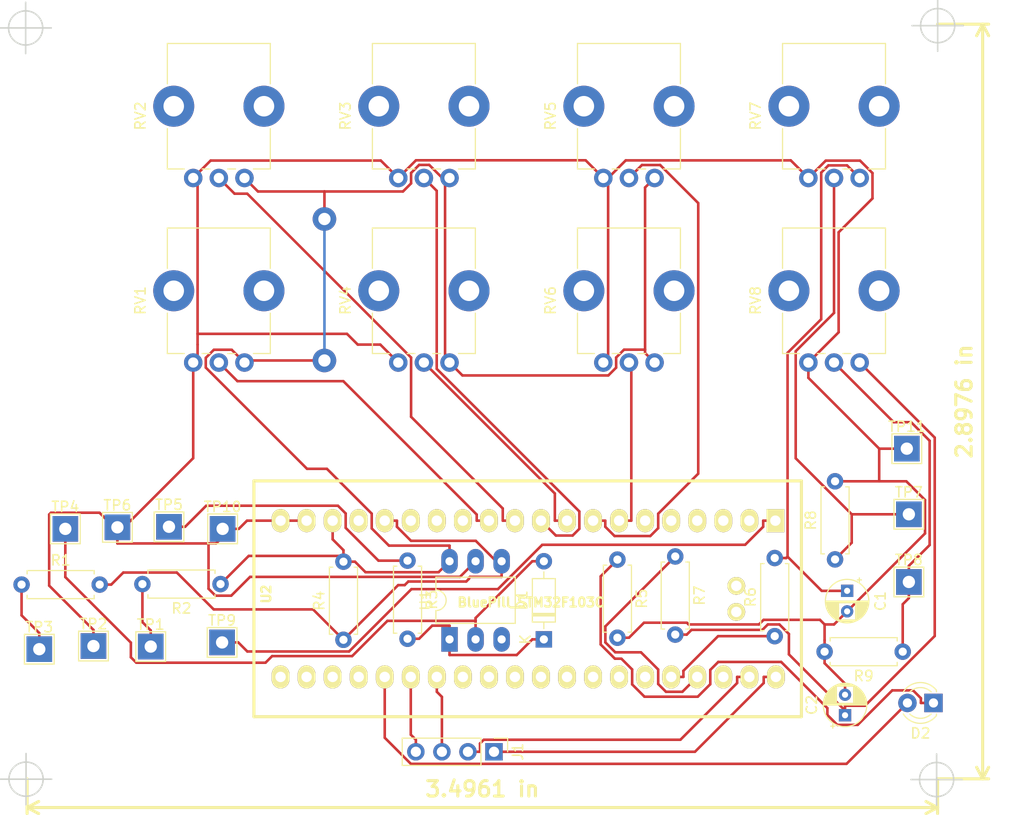
<source format=kicad_pcb>
(kicad_pcb (version 20171130) (host pcbnew 5.0.2+dfsg1-1~bpo9+1)

  (general
    (thickness 1.6)
    (drawings 6)
    (tracks 331)
    (zones 0)
    (modules 35)
    (nets 28)
  )

  (page A4)
  (layers
    (0 F.Cu signal)
    (31 B.Cu signal)
    (32 B.Adhes user)
    (33 F.Adhes user)
    (34 B.Paste user)
    (35 F.Paste user)
    (36 B.SilkS user)
    (37 F.SilkS user)
    (38 B.Mask user)
    (39 F.Mask user)
    (40 Dwgs.User user)
    (41 Cmts.User user)
    (42 Eco1.User user)
    (43 Eco2.User user)
    (44 Edge.Cuts user)
    (45 Margin user)
    (46 B.CrtYd user)
    (47 F.CrtYd user)
    (48 B.Fab user)
    (49 F.Fab user)
  )

  (setup
    (last_trace_width 0.25)
    (trace_clearance 0.2)
    (zone_clearance 0.508)
    (zone_45_only no)
    (trace_min 0.2)
    (segment_width 0.2)
    (edge_width 0.15)
    (via_size 2.3)
    (via_drill 1.2)
    (via_min_size 0.4)
    (via_min_drill 0.3)
    (uvia_size 0.3)
    (uvia_drill 0.1)
    (uvias_allowed no)
    (uvia_min_size 0.2)
    (uvia_min_drill 0.1)
    (pcb_text_width 0.3)
    (pcb_text_size 1.5 1.5)
    (mod_edge_width 0.15)
    (mod_text_size 1 1)
    (mod_text_width 0.15)
    (pad_size 1.524 1.524)
    (pad_drill 0.762)
    (pad_to_mask_clearance 0.051)
    (solder_mask_min_width 0.25)
    (aux_axis_origin 0 0)
    (visible_elements FFFFFF7F)
    (pcbplotparams
      (layerselection 0x010fc_ffffffff)
      (usegerberextensions false)
      (usegerberattributes false)
      (usegerberadvancedattributes false)
      (creategerberjobfile false)
      (excludeedgelayer true)
      (linewidth 0.100000)
      (plotframeref false)
      (viasonmask false)
      (mode 1)
      (useauxorigin false)
      (hpglpennumber 1)
      (hpglpenspeed 20)
      (hpglpendiameter 15.000000)
      (psnegative false)
      (psa4output false)
      (plotreference true)
      (plotvalue true)
      (plotinvisibletext false)
      (padsonsilk false)
      (subtractmaskfromsilk false)
      (outputformat 1)
      (mirror false)
      (drillshape 1)
      (scaleselection 1)
      (outputdirectory ""))
  )

  (net 0 "")
  (net 1 "Net-(D1-Pad1)")
  (net 2 "Net-(D1-Pad2)")
  (net 3 "Net-(TP9-Pad1)")
  (net 4 "Net-(RV6-Pad2)")
  (net 5 "Net-(RV5-Pad2)")
  (net 6 "Net-(RV4-Pad2)")
  (net 7 "Net-(RV3-Pad2)")
  (net 8 "Net-(RV2-Pad2)")
  (net 9 "Net-(RV1-Pad2)")
  (net 10 "Net-(R1-Pad2)")
  (net 11 +3V3)
  (net 12 GND)
  (net 13 "Net-(D2-Pad2)")
  (net 14 "Net-(J1-Pad4)")
  (net 15 "Net-(J1-Pad3)")
  (net 16 "Net-(R6-Pad1)")
  (net 17 "Net-(R7-Pad1)")
  (net 18 "Net-(J1-Pad2)")
  (net 19 "Net-(J1-Pad1)")
  (net 20 "Net-(C1-Pad1)")
  (net 21 "Net-(C2-Pad1)")
  (net 22 "Net-(D2-Pad1)")
  (net 23 "Net-(R1-Pad1)")
  (net 24 "Net-(R2-Pad2)")
  (net 25 "Net-(R3-Pad1)")
  (net 26 "Net-(R8-Pad1)")
  (net 27 "Net-(R9-Pad1)")

  (net_class Default "Ceci est la Netclass par défaut."
    (clearance 0.2)
    (trace_width 0.25)
    (via_dia 2.3)
    (via_drill 1.2)
    (uvia_dia 0.3)
    (uvia_drill 0.1)
    (add_net +3V3)
    (add_net GND)
    (add_net "Net-(C1-Pad1)")
    (add_net "Net-(C2-Pad1)")
    (add_net "Net-(D1-Pad1)")
    (add_net "Net-(D1-Pad2)")
    (add_net "Net-(D2-Pad1)")
    (add_net "Net-(D2-Pad2)")
    (add_net "Net-(J1-Pad1)")
    (add_net "Net-(J1-Pad2)")
    (add_net "Net-(J1-Pad3)")
    (add_net "Net-(J1-Pad4)")
    (add_net "Net-(R1-Pad1)")
    (add_net "Net-(R1-Pad2)")
    (add_net "Net-(R2-Pad2)")
    (add_net "Net-(R3-Pad1)")
    (add_net "Net-(R6-Pad1)")
    (add_net "Net-(R7-Pad1)")
    (add_net "Net-(R8-Pad1)")
    (add_net "Net-(R9-Pad1)")
    (add_net "Net-(RV1-Pad2)")
    (add_net "Net-(RV2-Pad2)")
    (add_net "Net-(RV3-Pad2)")
    (add_net "Net-(RV4-Pad2)")
    (add_net "Net-(RV5-Pad2)")
    (add_net "Net-(RV6-Pad2)")
    (add_net "Net-(TP9-Pad1)")
  )

  (module Capacitor_THT:CP_Radial_D4.0mm_P2.00mm (layer F.Cu) (tedit 5AE50EF0) (tstamp 5D1188F8)
    (at 128.778 77.2668 270)
    (descr "CP, Radial series, Radial, pin pitch=2.00mm, , diameter=4mm, Electrolytic Capacitor")
    (tags "CP Radial series Radial pin pitch 2.00mm  diameter 4mm Electrolytic Capacitor")
    (path /5D08D78B)
    (fp_text reference C1 (at 1 -3.25 270) (layer F.SilkS)
      (effects (font (size 1 1) (thickness 0.15)))
    )
    (fp_text value 10n (at 1 3.25 270) (layer F.Fab)
      (effects (font (size 1 1) (thickness 0.15)))
    )
    (fp_circle (center 1 0) (end 3 0) (layer F.Fab) (width 0.1))
    (fp_circle (center 1 0) (end 3.12 0) (layer F.SilkS) (width 0.12))
    (fp_circle (center 1 0) (end 3.25 0) (layer F.CrtYd) (width 0.05))
    (fp_line (start -0.702554 -0.8675) (end -0.302554 -0.8675) (layer F.Fab) (width 0.1))
    (fp_line (start -0.502554 -1.0675) (end -0.502554 -0.6675) (layer F.Fab) (width 0.1))
    (fp_line (start 1 -2.08) (end 1 2.08) (layer F.SilkS) (width 0.12))
    (fp_line (start 1.04 -2.08) (end 1.04 2.08) (layer F.SilkS) (width 0.12))
    (fp_line (start 1.08 -2.079) (end 1.08 2.079) (layer F.SilkS) (width 0.12))
    (fp_line (start 1.12 -2.077) (end 1.12 2.077) (layer F.SilkS) (width 0.12))
    (fp_line (start 1.16 -2.074) (end 1.16 2.074) (layer F.SilkS) (width 0.12))
    (fp_line (start 1.2 -2.071) (end 1.2 -0.84) (layer F.SilkS) (width 0.12))
    (fp_line (start 1.2 0.84) (end 1.2 2.071) (layer F.SilkS) (width 0.12))
    (fp_line (start 1.24 -2.067) (end 1.24 -0.84) (layer F.SilkS) (width 0.12))
    (fp_line (start 1.24 0.84) (end 1.24 2.067) (layer F.SilkS) (width 0.12))
    (fp_line (start 1.28 -2.062) (end 1.28 -0.84) (layer F.SilkS) (width 0.12))
    (fp_line (start 1.28 0.84) (end 1.28 2.062) (layer F.SilkS) (width 0.12))
    (fp_line (start 1.32 -2.056) (end 1.32 -0.84) (layer F.SilkS) (width 0.12))
    (fp_line (start 1.32 0.84) (end 1.32 2.056) (layer F.SilkS) (width 0.12))
    (fp_line (start 1.36 -2.05) (end 1.36 -0.84) (layer F.SilkS) (width 0.12))
    (fp_line (start 1.36 0.84) (end 1.36 2.05) (layer F.SilkS) (width 0.12))
    (fp_line (start 1.4 -2.042) (end 1.4 -0.84) (layer F.SilkS) (width 0.12))
    (fp_line (start 1.4 0.84) (end 1.4 2.042) (layer F.SilkS) (width 0.12))
    (fp_line (start 1.44 -2.034) (end 1.44 -0.84) (layer F.SilkS) (width 0.12))
    (fp_line (start 1.44 0.84) (end 1.44 2.034) (layer F.SilkS) (width 0.12))
    (fp_line (start 1.48 -2.025) (end 1.48 -0.84) (layer F.SilkS) (width 0.12))
    (fp_line (start 1.48 0.84) (end 1.48 2.025) (layer F.SilkS) (width 0.12))
    (fp_line (start 1.52 -2.016) (end 1.52 -0.84) (layer F.SilkS) (width 0.12))
    (fp_line (start 1.52 0.84) (end 1.52 2.016) (layer F.SilkS) (width 0.12))
    (fp_line (start 1.56 -2.005) (end 1.56 -0.84) (layer F.SilkS) (width 0.12))
    (fp_line (start 1.56 0.84) (end 1.56 2.005) (layer F.SilkS) (width 0.12))
    (fp_line (start 1.6 -1.994) (end 1.6 -0.84) (layer F.SilkS) (width 0.12))
    (fp_line (start 1.6 0.84) (end 1.6 1.994) (layer F.SilkS) (width 0.12))
    (fp_line (start 1.64 -1.982) (end 1.64 -0.84) (layer F.SilkS) (width 0.12))
    (fp_line (start 1.64 0.84) (end 1.64 1.982) (layer F.SilkS) (width 0.12))
    (fp_line (start 1.68 -1.968) (end 1.68 -0.84) (layer F.SilkS) (width 0.12))
    (fp_line (start 1.68 0.84) (end 1.68 1.968) (layer F.SilkS) (width 0.12))
    (fp_line (start 1.721 -1.954) (end 1.721 -0.84) (layer F.SilkS) (width 0.12))
    (fp_line (start 1.721 0.84) (end 1.721 1.954) (layer F.SilkS) (width 0.12))
    (fp_line (start 1.761 -1.94) (end 1.761 -0.84) (layer F.SilkS) (width 0.12))
    (fp_line (start 1.761 0.84) (end 1.761 1.94) (layer F.SilkS) (width 0.12))
    (fp_line (start 1.801 -1.924) (end 1.801 -0.84) (layer F.SilkS) (width 0.12))
    (fp_line (start 1.801 0.84) (end 1.801 1.924) (layer F.SilkS) (width 0.12))
    (fp_line (start 1.841 -1.907) (end 1.841 -0.84) (layer F.SilkS) (width 0.12))
    (fp_line (start 1.841 0.84) (end 1.841 1.907) (layer F.SilkS) (width 0.12))
    (fp_line (start 1.881 -1.889) (end 1.881 -0.84) (layer F.SilkS) (width 0.12))
    (fp_line (start 1.881 0.84) (end 1.881 1.889) (layer F.SilkS) (width 0.12))
    (fp_line (start 1.921 -1.87) (end 1.921 -0.84) (layer F.SilkS) (width 0.12))
    (fp_line (start 1.921 0.84) (end 1.921 1.87) (layer F.SilkS) (width 0.12))
    (fp_line (start 1.961 -1.851) (end 1.961 -0.84) (layer F.SilkS) (width 0.12))
    (fp_line (start 1.961 0.84) (end 1.961 1.851) (layer F.SilkS) (width 0.12))
    (fp_line (start 2.001 -1.83) (end 2.001 -0.84) (layer F.SilkS) (width 0.12))
    (fp_line (start 2.001 0.84) (end 2.001 1.83) (layer F.SilkS) (width 0.12))
    (fp_line (start 2.041 -1.808) (end 2.041 -0.84) (layer F.SilkS) (width 0.12))
    (fp_line (start 2.041 0.84) (end 2.041 1.808) (layer F.SilkS) (width 0.12))
    (fp_line (start 2.081 -1.785) (end 2.081 -0.84) (layer F.SilkS) (width 0.12))
    (fp_line (start 2.081 0.84) (end 2.081 1.785) (layer F.SilkS) (width 0.12))
    (fp_line (start 2.121 -1.76) (end 2.121 -0.84) (layer F.SilkS) (width 0.12))
    (fp_line (start 2.121 0.84) (end 2.121 1.76) (layer F.SilkS) (width 0.12))
    (fp_line (start 2.161 -1.735) (end 2.161 -0.84) (layer F.SilkS) (width 0.12))
    (fp_line (start 2.161 0.84) (end 2.161 1.735) (layer F.SilkS) (width 0.12))
    (fp_line (start 2.201 -1.708) (end 2.201 -0.84) (layer F.SilkS) (width 0.12))
    (fp_line (start 2.201 0.84) (end 2.201 1.708) (layer F.SilkS) (width 0.12))
    (fp_line (start 2.241 -1.68) (end 2.241 -0.84) (layer F.SilkS) (width 0.12))
    (fp_line (start 2.241 0.84) (end 2.241 1.68) (layer F.SilkS) (width 0.12))
    (fp_line (start 2.281 -1.65) (end 2.281 -0.84) (layer F.SilkS) (width 0.12))
    (fp_line (start 2.281 0.84) (end 2.281 1.65) (layer F.SilkS) (width 0.12))
    (fp_line (start 2.321 -1.619) (end 2.321 -0.84) (layer F.SilkS) (width 0.12))
    (fp_line (start 2.321 0.84) (end 2.321 1.619) (layer F.SilkS) (width 0.12))
    (fp_line (start 2.361 -1.587) (end 2.361 -0.84) (layer F.SilkS) (width 0.12))
    (fp_line (start 2.361 0.84) (end 2.361 1.587) (layer F.SilkS) (width 0.12))
    (fp_line (start 2.401 -1.552) (end 2.401 -0.84) (layer F.SilkS) (width 0.12))
    (fp_line (start 2.401 0.84) (end 2.401 1.552) (layer F.SilkS) (width 0.12))
    (fp_line (start 2.441 -1.516) (end 2.441 -0.84) (layer F.SilkS) (width 0.12))
    (fp_line (start 2.441 0.84) (end 2.441 1.516) (layer F.SilkS) (width 0.12))
    (fp_line (start 2.481 -1.478) (end 2.481 -0.84) (layer F.SilkS) (width 0.12))
    (fp_line (start 2.481 0.84) (end 2.481 1.478) (layer F.SilkS) (width 0.12))
    (fp_line (start 2.521 -1.438) (end 2.521 -0.84) (layer F.SilkS) (width 0.12))
    (fp_line (start 2.521 0.84) (end 2.521 1.438) (layer F.SilkS) (width 0.12))
    (fp_line (start 2.561 -1.396) (end 2.561 -0.84) (layer F.SilkS) (width 0.12))
    (fp_line (start 2.561 0.84) (end 2.561 1.396) (layer F.SilkS) (width 0.12))
    (fp_line (start 2.601 -1.351) (end 2.601 -0.84) (layer F.SilkS) (width 0.12))
    (fp_line (start 2.601 0.84) (end 2.601 1.351) (layer F.SilkS) (width 0.12))
    (fp_line (start 2.641 -1.304) (end 2.641 -0.84) (layer F.SilkS) (width 0.12))
    (fp_line (start 2.641 0.84) (end 2.641 1.304) (layer F.SilkS) (width 0.12))
    (fp_line (start 2.681 -1.254) (end 2.681 -0.84) (layer F.SilkS) (width 0.12))
    (fp_line (start 2.681 0.84) (end 2.681 1.254) (layer F.SilkS) (width 0.12))
    (fp_line (start 2.721 -1.2) (end 2.721 -0.84) (layer F.SilkS) (width 0.12))
    (fp_line (start 2.721 0.84) (end 2.721 1.2) (layer F.SilkS) (width 0.12))
    (fp_line (start 2.761 -1.142) (end 2.761 -0.84) (layer F.SilkS) (width 0.12))
    (fp_line (start 2.761 0.84) (end 2.761 1.142) (layer F.SilkS) (width 0.12))
    (fp_line (start 2.801 -1.08) (end 2.801 -0.84) (layer F.SilkS) (width 0.12))
    (fp_line (start 2.801 0.84) (end 2.801 1.08) (layer F.SilkS) (width 0.12))
    (fp_line (start 2.841 -1.013) (end 2.841 1.013) (layer F.SilkS) (width 0.12))
    (fp_line (start 2.881 -0.94) (end 2.881 0.94) (layer F.SilkS) (width 0.12))
    (fp_line (start 2.921 -0.859) (end 2.921 0.859) (layer F.SilkS) (width 0.12))
    (fp_line (start 2.961 -0.768) (end 2.961 0.768) (layer F.SilkS) (width 0.12))
    (fp_line (start 3.001 -0.664) (end 3.001 0.664) (layer F.SilkS) (width 0.12))
    (fp_line (start 3.041 -0.537) (end 3.041 0.537) (layer F.SilkS) (width 0.12))
    (fp_line (start 3.081 -0.37) (end 3.081 0.37) (layer F.SilkS) (width 0.12))
    (fp_line (start -1.269801 -1.195) (end -0.869801 -1.195) (layer F.SilkS) (width 0.12))
    (fp_line (start -1.069801 -1.395) (end -1.069801 -0.995) (layer F.SilkS) (width 0.12))
    (fp_text user %R (at 1 0 270) (layer F.Fab)
      (effects (font (size 0.8 0.8) (thickness 0.12)))
    )
    (pad 1 thru_hole rect (at 0 0 270) (size 1.2 1.2) (drill 0.6) (layers *.Cu *.Mask)
      (net 20 "Net-(C1-Pad1)"))
    (pad 2 thru_hole circle (at 2 0 270) (size 1.2 1.2) (drill 0.6) (layers *.Cu *.Mask)
      (net 12 GND))
    (model ${KISYS3DMOD}/Capacitor_THT.3dshapes/CP_Radial_D4.0mm_P2.00mm.wrl
      (at (xyz 0 0 0))
      (scale (xyz 1 1 1))
      (rotate (xyz 0 0 0))
    )
  )

  (module Capacitor_THT:CP_Radial_D4.0mm_P2.00mm (layer F.Cu) (tedit 5AE50EF0) (tstamp 5D118964)
    (at 128.575 89.4 90)
    (descr "CP, Radial series, Radial, pin pitch=2.00mm, , diameter=4mm, Electrolytic Capacitor")
    (tags "CP Radial series Radial pin pitch 2.00mm  diameter 4mm Electrolytic Capacitor")
    (path /5D08D81E)
    (fp_text reference C2 (at 1 -3.25 90) (layer F.SilkS)
      (effects (font (size 1 1) (thickness 0.15)))
    )
    (fp_text value 10n (at 1 3.25 90) (layer F.Fab)
      (effects (font (size 1 1) (thickness 0.15)))
    )
    (fp_text user %R (at 1 0 90) (layer F.Fab)
      (effects (font (size 0.8 0.8) (thickness 0.12)))
    )
    (fp_line (start -1.069801 -1.395) (end -1.069801 -0.995) (layer F.SilkS) (width 0.12))
    (fp_line (start -1.269801 -1.195) (end -0.869801 -1.195) (layer F.SilkS) (width 0.12))
    (fp_line (start 3.081 -0.37) (end 3.081 0.37) (layer F.SilkS) (width 0.12))
    (fp_line (start 3.041 -0.537) (end 3.041 0.537) (layer F.SilkS) (width 0.12))
    (fp_line (start 3.001 -0.664) (end 3.001 0.664) (layer F.SilkS) (width 0.12))
    (fp_line (start 2.961 -0.768) (end 2.961 0.768) (layer F.SilkS) (width 0.12))
    (fp_line (start 2.921 -0.859) (end 2.921 0.859) (layer F.SilkS) (width 0.12))
    (fp_line (start 2.881 -0.94) (end 2.881 0.94) (layer F.SilkS) (width 0.12))
    (fp_line (start 2.841 -1.013) (end 2.841 1.013) (layer F.SilkS) (width 0.12))
    (fp_line (start 2.801 0.84) (end 2.801 1.08) (layer F.SilkS) (width 0.12))
    (fp_line (start 2.801 -1.08) (end 2.801 -0.84) (layer F.SilkS) (width 0.12))
    (fp_line (start 2.761 0.84) (end 2.761 1.142) (layer F.SilkS) (width 0.12))
    (fp_line (start 2.761 -1.142) (end 2.761 -0.84) (layer F.SilkS) (width 0.12))
    (fp_line (start 2.721 0.84) (end 2.721 1.2) (layer F.SilkS) (width 0.12))
    (fp_line (start 2.721 -1.2) (end 2.721 -0.84) (layer F.SilkS) (width 0.12))
    (fp_line (start 2.681 0.84) (end 2.681 1.254) (layer F.SilkS) (width 0.12))
    (fp_line (start 2.681 -1.254) (end 2.681 -0.84) (layer F.SilkS) (width 0.12))
    (fp_line (start 2.641 0.84) (end 2.641 1.304) (layer F.SilkS) (width 0.12))
    (fp_line (start 2.641 -1.304) (end 2.641 -0.84) (layer F.SilkS) (width 0.12))
    (fp_line (start 2.601 0.84) (end 2.601 1.351) (layer F.SilkS) (width 0.12))
    (fp_line (start 2.601 -1.351) (end 2.601 -0.84) (layer F.SilkS) (width 0.12))
    (fp_line (start 2.561 0.84) (end 2.561 1.396) (layer F.SilkS) (width 0.12))
    (fp_line (start 2.561 -1.396) (end 2.561 -0.84) (layer F.SilkS) (width 0.12))
    (fp_line (start 2.521 0.84) (end 2.521 1.438) (layer F.SilkS) (width 0.12))
    (fp_line (start 2.521 -1.438) (end 2.521 -0.84) (layer F.SilkS) (width 0.12))
    (fp_line (start 2.481 0.84) (end 2.481 1.478) (layer F.SilkS) (width 0.12))
    (fp_line (start 2.481 -1.478) (end 2.481 -0.84) (layer F.SilkS) (width 0.12))
    (fp_line (start 2.441 0.84) (end 2.441 1.516) (layer F.SilkS) (width 0.12))
    (fp_line (start 2.441 -1.516) (end 2.441 -0.84) (layer F.SilkS) (width 0.12))
    (fp_line (start 2.401 0.84) (end 2.401 1.552) (layer F.SilkS) (width 0.12))
    (fp_line (start 2.401 -1.552) (end 2.401 -0.84) (layer F.SilkS) (width 0.12))
    (fp_line (start 2.361 0.84) (end 2.361 1.587) (layer F.SilkS) (width 0.12))
    (fp_line (start 2.361 -1.587) (end 2.361 -0.84) (layer F.SilkS) (width 0.12))
    (fp_line (start 2.321 0.84) (end 2.321 1.619) (layer F.SilkS) (width 0.12))
    (fp_line (start 2.321 -1.619) (end 2.321 -0.84) (layer F.SilkS) (width 0.12))
    (fp_line (start 2.281 0.84) (end 2.281 1.65) (layer F.SilkS) (width 0.12))
    (fp_line (start 2.281 -1.65) (end 2.281 -0.84) (layer F.SilkS) (width 0.12))
    (fp_line (start 2.241 0.84) (end 2.241 1.68) (layer F.SilkS) (width 0.12))
    (fp_line (start 2.241 -1.68) (end 2.241 -0.84) (layer F.SilkS) (width 0.12))
    (fp_line (start 2.201 0.84) (end 2.201 1.708) (layer F.SilkS) (width 0.12))
    (fp_line (start 2.201 -1.708) (end 2.201 -0.84) (layer F.SilkS) (width 0.12))
    (fp_line (start 2.161 0.84) (end 2.161 1.735) (layer F.SilkS) (width 0.12))
    (fp_line (start 2.161 -1.735) (end 2.161 -0.84) (layer F.SilkS) (width 0.12))
    (fp_line (start 2.121 0.84) (end 2.121 1.76) (layer F.SilkS) (width 0.12))
    (fp_line (start 2.121 -1.76) (end 2.121 -0.84) (layer F.SilkS) (width 0.12))
    (fp_line (start 2.081 0.84) (end 2.081 1.785) (layer F.SilkS) (width 0.12))
    (fp_line (start 2.081 -1.785) (end 2.081 -0.84) (layer F.SilkS) (width 0.12))
    (fp_line (start 2.041 0.84) (end 2.041 1.808) (layer F.SilkS) (width 0.12))
    (fp_line (start 2.041 -1.808) (end 2.041 -0.84) (layer F.SilkS) (width 0.12))
    (fp_line (start 2.001 0.84) (end 2.001 1.83) (layer F.SilkS) (width 0.12))
    (fp_line (start 2.001 -1.83) (end 2.001 -0.84) (layer F.SilkS) (width 0.12))
    (fp_line (start 1.961 0.84) (end 1.961 1.851) (layer F.SilkS) (width 0.12))
    (fp_line (start 1.961 -1.851) (end 1.961 -0.84) (layer F.SilkS) (width 0.12))
    (fp_line (start 1.921 0.84) (end 1.921 1.87) (layer F.SilkS) (width 0.12))
    (fp_line (start 1.921 -1.87) (end 1.921 -0.84) (layer F.SilkS) (width 0.12))
    (fp_line (start 1.881 0.84) (end 1.881 1.889) (layer F.SilkS) (width 0.12))
    (fp_line (start 1.881 -1.889) (end 1.881 -0.84) (layer F.SilkS) (width 0.12))
    (fp_line (start 1.841 0.84) (end 1.841 1.907) (layer F.SilkS) (width 0.12))
    (fp_line (start 1.841 -1.907) (end 1.841 -0.84) (layer F.SilkS) (width 0.12))
    (fp_line (start 1.801 0.84) (end 1.801 1.924) (layer F.SilkS) (width 0.12))
    (fp_line (start 1.801 -1.924) (end 1.801 -0.84) (layer F.SilkS) (width 0.12))
    (fp_line (start 1.761 0.84) (end 1.761 1.94) (layer F.SilkS) (width 0.12))
    (fp_line (start 1.761 -1.94) (end 1.761 -0.84) (layer F.SilkS) (width 0.12))
    (fp_line (start 1.721 0.84) (end 1.721 1.954) (layer F.SilkS) (width 0.12))
    (fp_line (start 1.721 -1.954) (end 1.721 -0.84) (layer F.SilkS) (width 0.12))
    (fp_line (start 1.68 0.84) (end 1.68 1.968) (layer F.SilkS) (width 0.12))
    (fp_line (start 1.68 -1.968) (end 1.68 -0.84) (layer F.SilkS) (width 0.12))
    (fp_line (start 1.64 0.84) (end 1.64 1.982) (layer F.SilkS) (width 0.12))
    (fp_line (start 1.64 -1.982) (end 1.64 -0.84) (layer F.SilkS) (width 0.12))
    (fp_line (start 1.6 0.84) (end 1.6 1.994) (layer F.SilkS) (width 0.12))
    (fp_line (start 1.6 -1.994) (end 1.6 -0.84) (layer F.SilkS) (width 0.12))
    (fp_line (start 1.56 0.84) (end 1.56 2.005) (layer F.SilkS) (width 0.12))
    (fp_line (start 1.56 -2.005) (end 1.56 -0.84) (layer F.SilkS) (width 0.12))
    (fp_line (start 1.52 0.84) (end 1.52 2.016) (layer F.SilkS) (width 0.12))
    (fp_line (start 1.52 -2.016) (end 1.52 -0.84) (layer F.SilkS) (width 0.12))
    (fp_line (start 1.48 0.84) (end 1.48 2.025) (layer F.SilkS) (width 0.12))
    (fp_line (start 1.48 -2.025) (end 1.48 -0.84) (layer F.SilkS) (width 0.12))
    (fp_line (start 1.44 0.84) (end 1.44 2.034) (layer F.SilkS) (width 0.12))
    (fp_line (start 1.44 -2.034) (end 1.44 -0.84) (layer F.SilkS) (width 0.12))
    (fp_line (start 1.4 0.84) (end 1.4 2.042) (layer F.SilkS) (width 0.12))
    (fp_line (start 1.4 -2.042) (end 1.4 -0.84) (layer F.SilkS) (width 0.12))
    (fp_line (start 1.36 0.84) (end 1.36 2.05) (layer F.SilkS) (width 0.12))
    (fp_line (start 1.36 -2.05) (end 1.36 -0.84) (layer F.SilkS) (width 0.12))
    (fp_line (start 1.32 0.84) (end 1.32 2.056) (layer F.SilkS) (width 0.12))
    (fp_line (start 1.32 -2.056) (end 1.32 -0.84) (layer F.SilkS) (width 0.12))
    (fp_line (start 1.28 0.84) (end 1.28 2.062) (layer F.SilkS) (width 0.12))
    (fp_line (start 1.28 -2.062) (end 1.28 -0.84) (layer F.SilkS) (width 0.12))
    (fp_line (start 1.24 0.84) (end 1.24 2.067) (layer F.SilkS) (width 0.12))
    (fp_line (start 1.24 -2.067) (end 1.24 -0.84) (layer F.SilkS) (width 0.12))
    (fp_line (start 1.2 0.84) (end 1.2 2.071) (layer F.SilkS) (width 0.12))
    (fp_line (start 1.2 -2.071) (end 1.2 -0.84) (layer F.SilkS) (width 0.12))
    (fp_line (start 1.16 -2.074) (end 1.16 2.074) (layer F.SilkS) (width 0.12))
    (fp_line (start 1.12 -2.077) (end 1.12 2.077) (layer F.SilkS) (width 0.12))
    (fp_line (start 1.08 -2.079) (end 1.08 2.079) (layer F.SilkS) (width 0.12))
    (fp_line (start 1.04 -2.08) (end 1.04 2.08) (layer F.SilkS) (width 0.12))
    (fp_line (start 1 -2.08) (end 1 2.08) (layer F.SilkS) (width 0.12))
    (fp_line (start -0.502554 -1.0675) (end -0.502554 -0.6675) (layer F.Fab) (width 0.1))
    (fp_line (start -0.702554 -0.8675) (end -0.302554 -0.8675) (layer F.Fab) (width 0.1))
    (fp_circle (center 1 0) (end 3.25 0) (layer F.CrtYd) (width 0.05))
    (fp_circle (center 1 0) (end 3.12 0) (layer F.SilkS) (width 0.12))
    (fp_circle (center 1 0) (end 3 0) (layer F.Fab) (width 0.1))
    (pad 2 thru_hole circle (at 2 0 90) (size 1.2 1.2) (drill 0.6) (layers *.Cu *.Mask)
      (net 12 GND))
    (pad 1 thru_hole rect (at 0 0 90) (size 1.2 1.2) (drill 0.6) (layers *.Cu *.Mask)
      (net 21 "Net-(C2-Pad1)"))
    (model ${KISYS3DMOD}/Capacitor_THT.3dshapes/CP_Radial_D4.0mm_P2.00mm.wrl
      (at (xyz 0 0 0))
      (scale (xyz 1 1 1))
      (rotate (xyz 0 0 0))
    )
  )

  (module Diode_THT:D_DO-35_SOD27_P7.62mm_Horizontal (layer F.Cu) (tedit 5AE50CD5) (tstamp 5D118983)
    (at 99.2 82 90)
    (descr "Diode, DO-35_SOD27 series, Axial, Horizontal, pin pitch=7.62mm, , length*diameter=4*2mm^2, , http://www.diodes.com/_files/packages/DO-35.pdf")
    (tags "Diode DO-35_SOD27 series Axial Horizontal pin pitch 7.62mm  length 4mm diameter 2mm")
    (path /5D0624B1)
    (fp_text reference D1 (at 3.81 -2.12 90) (layer F.SilkS)
      (effects (font (size 1 1) (thickness 0.15)))
    )
    (fp_text value 1N914 (at 3.81 2.12 90) (layer F.Fab)
      (effects (font (size 1 1) (thickness 0.15)))
    )
    (fp_line (start 1.81 -1) (end 1.81 1) (layer F.Fab) (width 0.1))
    (fp_line (start 1.81 1) (end 5.81 1) (layer F.Fab) (width 0.1))
    (fp_line (start 5.81 1) (end 5.81 -1) (layer F.Fab) (width 0.1))
    (fp_line (start 5.81 -1) (end 1.81 -1) (layer F.Fab) (width 0.1))
    (fp_line (start 0 0) (end 1.81 0) (layer F.Fab) (width 0.1))
    (fp_line (start 7.62 0) (end 5.81 0) (layer F.Fab) (width 0.1))
    (fp_line (start 2.41 -1) (end 2.41 1) (layer F.Fab) (width 0.1))
    (fp_line (start 2.51 -1) (end 2.51 1) (layer F.Fab) (width 0.1))
    (fp_line (start 2.31 -1) (end 2.31 1) (layer F.Fab) (width 0.1))
    (fp_line (start 1.69 -1.12) (end 1.69 1.12) (layer F.SilkS) (width 0.12))
    (fp_line (start 1.69 1.12) (end 5.93 1.12) (layer F.SilkS) (width 0.12))
    (fp_line (start 5.93 1.12) (end 5.93 -1.12) (layer F.SilkS) (width 0.12))
    (fp_line (start 5.93 -1.12) (end 1.69 -1.12) (layer F.SilkS) (width 0.12))
    (fp_line (start 1.04 0) (end 1.69 0) (layer F.SilkS) (width 0.12))
    (fp_line (start 6.58 0) (end 5.93 0) (layer F.SilkS) (width 0.12))
    (fp_line (start 2.41 -1.12) (end 2.41 1.12) (layer F.SilkS) (width 0.12))
    (fp_line (start 2.53 -1.12) (end 2.53 1.12) (layer F.SilkS) (width 0.12))
    (fp_line (start 2.29 -1.12) (end 2.29 1.12) (layer F.SilkS) (width 0.12))
    (fp_line (start -1.05 -1.25) (end -1.05 1.25) (layer F.CrtYd) (width 0.05))
    (fp_line (start -1.05 1.25) (end 8.67 1.25) (layer F.CrtYd) (width 0.05))
    (fp_line (start 8.67 1.25) (end 8.67 -1.25) (layer F.CrtYd) (width 0.05))
    (fp_line (start 8.67 -1.25) (end -1.05 -1.25) (layer F.CrtYd) (width 0.05))
    (fp_text user %R (at 4.11 0 90) (layer F.Fab)
      (effects (font (size 0.8 0.8) (thickness 0.12)))
    )
    (fp_text user K (at 0 -1.8 90) (layer F.Fab)
      (effects (font (size 1 1) (thickness 0.15)))
    )
    (fp_text user K (at 0 -1.8 90) (layer F.SilkS)
      (effects (font (size 1 1) (thickness 0.15)))
    )
    (pad 1 thru_hole rect (at 0 0 90) (size 1.6 1.6) (drill 0.8) (layers *.Cu *.Mask)
      (net 1 "Net-(D1-Pad1)"))
    (pad 2 thru_hole oval (at 7.62 0 90) (size 1.6 1.6) (drill 0.8) (layers *.Cu *.Mask)
      (net 2 "Net-(D1-Pad2)"))
    (model ${KISYS3DMOD}/Diode_THT.3dshapes/D_DO-35_SOD27_P7.62mm_Horizontal.wrl
      (at (xyz 0 0 0))
      (scale (xyz 1 1 1))
      (rotate (xyz 0 0 0))
    )
  )

  (module LED_THT:LED_D3.0mm (layer F.Cu) (tedit 587A3A7B) (tstamp 5D118996)
    (at 137.2 88.2 180)
    (descr "LED, diameter 3.0mm, 2 pins")
    (tags "LED diameter 3.0mm 2 pins")
    (path /5D0950C7)
    (fp_text reference D2 (at 1.27 -2.96 180) (layer F.SilkS)
      (effects (font (size 1 1) (thickness 0.15)))
    )
    (fp_text value LED (at 1.27 2.96 180) (layer F.Fab)
      (effects (font (size 1 1) (thickness 0.15)))
    )
    (fp_arc (start 1.27 0) (end -0.23 -1.16619) (angle 284.3) (layer F.Fab) (width 0.1))
    (fp_arc (start 1.27 0) (end -0.29 -1.235516) (angle 108.8) (layer F.SilkS) (width 0.12))
    (fp_arc (start 1.27 0) (end -0.29 1.235516) (angle -108.8) (layer F.SilkS) (width 0.12))
    (fp_arc (start 1.27 0) (end 0.229039 -1.08) (angle 87.9) (layer F.SilkS) (width 0.12))
    (fp_arc (start 1.27 0) (end 0.229039 1.08) (angle -87.9) (layer F.SilkS) (width 0.12))
    (fp_circle (center 1.27 0) (end 2.77 0) (layer F.Fab) (width 0.1))
    (fp_line (start -0.23 -1.16619) (end -0.23 1.16619) (layer F.Fab) (width 0.1))
    (fp_line (start -0.29 -1.236) (end -0.29 -1.08) (layer F.SilkS) (width 0.12))
    (fp_line (start -0.29 1.08) (end -0.29 1.236) (layer F.SilkS) (width 0.12))
    (fp_line (start -1.15 -2.25) (end -1.15 2.25) (layer F.CrtYd) (width 0.05))
    (fp_line (start -1.15 2.25) (end 3.7 2.25) (layer F.CrtYd) (width 0.05))
    (fp_line (start 3.7 2.25) (end 3.7 -2.25) (layer F.CrtYd) (width 0.05))
    (fp_line (start 3.7 -2.25) (end -1.15 -2.25) (layer F.CrtYd) (width 0.05))
    (pad 1 thru_hole rect (at 0 0 180) (size 1.8 1.8) (drill 0.9) (layers *.Cu *.Mask)
      (net 22 "Net-(D2-Pad1)"))
    (pad 2 thru_hole circle (at 2.54 0 180) (size 1.8 1.8) (drill 0.9) (layers *.Cu *.Mask)
      (net 13 "Net-(D2-Pad2)"))
    (model ${KISYS3DMOD}/LED_THT.3dshapes/LED_D3.0mm.wrl
      (at (xyz 0 0 0))
      (scale (xyz 1 1 1))
      (rotate (xyz 0 0 0))
    )
  )

  (module Connector_PinHeader_2.54mm:PinHeader_1x04_P2.54mm_Vertical (layer F.Cu) (tedit 5D067A2D) (tstamp 5D1189AE)
    (at 94.3356 92.964 270)
    (descr "Through hole straight pin header, 1x04, 2.54mm pitch, single row")
    (tags "Through hole pin header THT 1x04 2.54mm single row")
    (path /5D05025C)
    (fp_text reference J1 (at 0 -2.33 270) (layer F.SilkS)
      (effects (font (size 1 1) (thickness 0.15)))
    )
    (fp_text value "A9 A10 G 3.3" (at 2.636 3.7356) (layer F.Fab)
      (effects (font (size 1 1) (thickness 0.15)))
    )
    (fp_line (start -0.635 -1.27) (end 1.27 -1.27) (layer F.Fab) (width 0.1))
    (fp_line (start 1.27 -1.27) (end 1.27 8.89) (layer F.Fab) (width 0.1))
    (fp_line (start 1.27 8.89) (end -1.27 8.89) (layer F.Fab) (width 0.1))
    (fp_line (start -1.27 8.89) (end -1.27 -0.635) (layer F.Fab) (width 0.1))
    (fp_line (start -1.27 -0.635) (end -0.635 -1.27) (layer F.Fab) (width 0.1))
    (fp_line (start -1.33 8.95) (end 1.33 8.95) (layer F.SilkS) (width 0.12))
    (fp_line (start -1.33 1.27) (end -1.33 8.95) (layer F.SilkS) (width 0.12))
    (fp_line (start 1.33 1.27) (end 1.33 8.95) (layer F.SilkS) (width 0.12))
    (fp_line (start -1.33 1.27) (end 1.33 1.27) (layer F.SilkS) (width 0.12))
    (fp_line (start -1.33 0) (end -1.33 -1.33) (layer F.SilkS) (width 0.12))
    (fp_line (start -1.33 -1.33) (end 0 -1.33) (layer F.SilkS) (width 0.12))
    (fp_line (start -1.8 -1.8) (end -1.8 9.4) (layer F.CrtYd) (width 0.05))
    (fp_line (start -1.8 9.4) (end 1.8 9.4) (layer F.CrtYd) (width 0.05))
    (fp_line (start 1.8 9.4) (end 1.8 -1.8) (layer F.CrtYd) (width 0.05))
    (fp_line (start 1.8 -1.8) (end -1.8 -1.8) (layer F.CrtYd) (width 0.05))
    (fp_text user %R (at 0 3.81) (layer F.Fab)
      (effects (font (size 1 1) (thickness 0.15)))
    )
    (pad 1 thru_hole rect (at 0 0 270) (size 1.7 1.7) (drill 1) (layers *.Cu *.Mask)
      (net 19 "Net-(J1-Pad1)"))
    (pad 2 thru_hole oval (at 0 2.54 270) (size 1.7 1.7) (drill 1) (layers *.Cu *.Mask)
      (net 18 "Net-(J1-Pad2)"))
    (pad 3 thru_hole oval (at 0 5.08 270) (size 1.7 1.7) (drill 1) (layers *.Cu *.Mask)
      (net 15 "Net-(J1-Pad3)"))
    (pad 4 thru_hole oval (at 0 7.62 270) (size 1.7 1.7) (drill 1) (layers *.Cu *.Mask)
      (net 14 "Net-(J1-Pad4)"))
    (model ${KISYS3DMOD}/Connector_PinHeader_2.54mm.3dshapes/PinHeader_1x04_P2.54mm_Vertical.wrl
      (at (xyz 0 0 0))
      (scale (xyz 1 1 1))
      (rotate (xyz 0 0 0))
    )
  )

  (module Resistor_THT:R_Axial_DIN0207_L6.3mm_D2.5mm_P7.62mm_Horizontal (layer F.Cu) (tedit 5AE5139B) (tstamp 5D1189C5)
    (at 48.26 76.6572)
    (descr "Resistor, Axial_DIN0207 series, Axial, Horizontal, pin pitch=7.62mm, 0.25W = 1/4W, length*diameter=6.3*2.5mm^2, http://cdn-reichelt.de/documents/datenblatt/B400/1_4W%23YAG.pdf")
    (tags "Resistor Axial_DIN0207 series Axial Horizontal pin pitch 7.62mm 0.25W = 1/4W length 6.3mm diameter 2.5mm")
    (path /5D089794)
    (fp_text reference R1 (at 3.81 -2.37) (layer F.SilkS)
      (effects (font (size 1 1) (thickness 0.15)))
    )
    (fp_text value 10 (at 3.81 2.37) (layer F.Fab)
      (effects (font (size 1 1) (thickness 0.15)))
    )
    (fp_line (start 0.66 -1.25) (end 0.66 1.25) (layer F.Fab) (width 0.1))
    (fp_line (start 0.66 1.25) (end 6.96 1.25) (layer F.Fab) (width 0.1))
    (fp_line (start 6.96 1.25) (end 6.96 -1.25) (layer F.Fab) (width 0.1))
    (fp_line (start 6.96 -1.25) (end 0.66 -1.25) (layer F.Fab) (width 0.1))
    (fp_line (start 0 0) (end 0.66 0) (layer F.Fab) (width 0.1))
    (fp_line (start 7.62 0) (end 6.96 0) (layer F.Fab) (width 0.1))
    (fp_line (start 0.54 -1.04) (end 0.54 -1.37) (layer F.SilkS) (width 0.12))
    (fp_line (start 0.54 -1.37) (end 7.08 -1.37) (layer F.SilkS) (width 0.12))
    (fp_line (start 7.08 -1.37) (end 7.08 -1.04) (layer F.SilkS) (width 0.12))
    (fp_line (start 0.54 1.04) (end 0.54 1.37) (layer F.SilkS) (width 0.12))
    (fp_line (start 0.54 1.37) (end 7.08 1.37) (layer F.SilkS) (width 0.12))
    (fp_line (start 7.08 1.37) (end 7.08 1.04) (layer F.SilkS) (width 0.12))
    (fp_line (start -1.05 -1.5) (end -1.05 1.5) (layer F.CrtYd) (width 0.05))
    (fp_line (start -1.05 1.5) (end 8.67 1.5) (layer F.CrtYd) (width 0.05))
    (fp_line (start 8.67 1.5) (end 8.67 -1.5) (layer F.CrtYd) (width 0.05))
    (fp_line (start 8.67 -1.5) (end -1.05 -1.5) (layer F.CrtYd) (width 0.05))
    (fp_text user %R (at 3.81 0) (layer F.Fab)
      (effects (font (size 1 1) (thickness 0.15)))
    )
    (pad 1 thru_hole circle (at 0 0) (size 1.6 1.6) (drill 0.8) (layers *.Cu *.Mask)
      (net 23 "Net-(R1-Pad1)"))
    (pad 2 thru_hole oval (at 7.62 0) (size 1.6 1.6) (drill 0.8) (layers *.Cu *.Mask)
      (net 10 "Net-(R1-Pad2)"))
    (model ${KISYS3DMOD}/Resistor_THT.3dshapes/R_Axial_DIN0207_L6.3mm_D2.5mm_P7.62mm_Horizontal.wrl
      (at (xyz 0 0 0))
      (scale (xyz 1 1 1))
      (rotate (xyz 0 0 0))
    )
  )

  (module Resistor_THT:R_Axial_DIN0207_L6.3mm_D2.5mm_P7.62mm_Horizontal (layer F.Cu) (tedit 5AE5139B) (tstamp 5D1189DC)
    (at 67.6656 76.6064 180)
    (descr "Resistor, Axial_DIN0207 series, Axial, Horizontal, pin pitch=7.62mm, 0.25W = 1/4W, length*diameter=6.3*2.5mm^2, http://cdn-reichelt.de/documents/datenblatt/B400/1_4W%23YAG.pdf")
    (tags "Resistor Axial_DIN0207 series Axial Horizontal pin pitch 7.62mm 0.25W = 1/4W length 6.3mm diameter 2.5mm")
    (path /5D07FAE2)
    (fp_text reference R2 (at 3.81 -2.37 180) (layer F.SilkS)
      (effects (font (size 1 1) (thickness 0.15)))
    )
    (fp_text value 33 (at 3.81 2.37 180) (layer F.Fab)
      (effects (font (size 1 1) (thickness 0.15)))
    )
    (fp_line (start 0.66 -1.25) (end 0.66 1.25) (layer F.Fab) (width 0.1))
    (fp_line (start 0.66 1.25) (end 6.96 1.25) (layer F.Fab) (width 0.1))
    (fp_line (start 6.96 1.25) (end 6.96 -1.25) (layer F.Fab) (width 0.1))
    (fp_line (start 6.96 -1.25) (end 0.66 -1.25) (layer F.Fab) (width 0.1))
    (fp_line (start 0 0) (end 0.66 0) (layer F.Fab) (width 0.1))
    (fp_line (start 7.62 0) (end 6.96 0) (layer F.Fab) (width 0.1))
    (fp_line (start 0.54 -1.04) (end 0.54 -1.37) (layer F.SilkS) (width 0.12))
    (fp_line (start 0.54 -1.37) (end 7.08 -1.37) (layer F.SilkS) (width 0.12))
    (fp_line (start 7.08 -1.37) (end 7.08 -1.04) (layer F.SilkS) (width 0.12))
    (fp_line (start 0.54 1.04) (end 0.54 1.37) (layer F.SilkS) (width 0.12))
    (fp_line (start 0.54 1.37) (end 7.08 1.37) (layer F.SilkS) (width 0.12))
    (fp_line (start 7.08 1.37) (end 7.08 1.04) (layer F.SilkS) (width 0.12))
    (fp_line (start -1.05 -1.5) (end -1.05 1.5) (layer F.CrtYd) (width 0.05))
    (fp_line (start -1.05 1.5) (end 8.67 1.5) (layer F.CrtYd) (width 0.05))
    (fp_line (start 8.67 1.5) (end 8.67 -1.5) (layer F.CrtYd) (width 0.05))
    (fp_line (start 8.67 -1.5) (end -1.05 -1.5) (layer F.CrtYd) (width 0.05))
    (fp_text user %R (at 3.81 0 180) (layer F.Fab)
      (effects (font (size 1 1) (thickness 0.15)))
    )
    (pad 1 thru_hole circle (at 0 0 180) (size 1.6 1.6) (drill 0.8) (layers *.Cu *.Mask)
      (net 11 +3V3))
    (pad 2 thru_hole oval (at 7.62 0 180) (size 1.6 1.6) (drill 0.8) (layers *.Cu *.Mask)
      (net 24 "Net-(R2-Pad2)"))
    (model ${KISYS3DMOD}/Resistor_THT.3dshapes/R_Axial_DIN0207_L6.3mm_D2.5mm_P7.62mm_Horizontal.wrl
      (at (xyz 0 0 0))
      (scale (xyz 1 1 1))
      (rotate (xyz 0 0 0))
    )
  )

  (module Resistor_THT:R_Axial_DIN0207_L6.3mm_D2.5mm_P7.62mm_Horizontal (layer F.Cu) (tedit 5AE5139B) (tstamp 5D1189F3)
    (at 85.9028 74.3204 270)
    (descr "Resistor, Axial_DIN0207 series, Axial, Horizontal, pin pitch=7.62mm, 0.25W = 1/4W, length*diameter=6.3*2.5mm^2, http://cdn-reichelt.de/documents/datenblatt/B400/1_4W%23YAG.pdf")
    (tags "Resistor Axial_DIN0207 series Axial Horizontal pin pitch 7.62mm 0.25W = 1/4W length 6.3mm diameter 2.5mm")
    (path /5D07F846)
    (fp_text reference R3 (at 3.81 -2.37 270) (layer F.SilkS)
      (effects (font (size 1 1) (thickness 0.15)))
    )
    (fp_text value 220 (at 3.81 2.37 270) (layer F.Fab)
      (effects (font (size 1 1) (thickness 0.15)))
    )
    (fp_text user %R (at 3.81 0 270) (layer F.Fab)
      (effects (font (size 1 1) (thickness 0.15)))
    )
    (fp_line (start 8.67 -1.5) (end -1.05 -1.5) (layer F.CrtYd) (width 0.05))
    (fp_line (start 8.67 1.5) (end 8.67 -1.5) (layer F.CrtYd) (width 0.05))
    (fp_line (start -1.05 1.5) (end 8.67 1.5) (layer F.CrtYd) (width 0.05))
    (fp_line (start -1.05 -1.5) (end -1.05 1.5) (layer F.CrtYd) (width 0.05))
    (fp_line (start 7.08 1.37) (end 7.08 1.04) (layer F.SilkS) (width 0.12))
    (fp_line (start 0.54 1.37) (end 7.08 1.37) (layer F.SilkS) (width 0.12))
    (fp_line (start 0.54 1.04) (end 0.54 1.37) (layer F.SilkS) (width 0.12))
    (fp_line (start 7.08 -1.37) (end 7.08 -1.04) (layer F.SilkS) (width 0.12))
    (fp_line (start 0.54 -1.37) (end 7.08 -1.37) (layer F.SilkS) (width 0.12))
    (fp_line (start 0.54 -1.04) (end 0.54 -1.37) (layer F.SilkS) (width 0.12))
    (fp_line (start 7.62 0) (end 6.96 0) (layer F.Fab) (width 0.1))
    (fp_line (start 0 0) (end 0.66 0) (layer F.Fab) (width 0.1))
    (fp_line (start 6.96 -1.25) (end 0.66 -1.25) (layer F.Fab) (width 0.1))
    (fp_line (start 6.96 1.25) (end 6.96 -1.25) (layer F.Fab) (width 0.1))
    (fp_line (start 0.66 1.25) (end 6.96 1.25) (layer F.Fab) (width 0.1))
    (fp_line (start 0.66 -1.25) (end 0.66 1.25) (layer F.Fab) (width 0.1))
    (pad 2 thru_hole oval (at 7.62 0 270) (size 1.6 1.6) (drill 0.8) (layers *.Cu *.Mask)
      (net 1 "Net-(D1-Pad1)"))
    (pad 1 thru_hole circle (at 0 0 270) (size 1.6 1.6) (drill 0.8) (layers *.Cu *.Mask)
      (net 25 "Net-(R3-Pad1)"))
    (model ${KISYS3DMOD}/Resistor_THT.3dshapes/R_Axial_DIN0207_L6.3mm_D2.5mm_P7.62mm_Horizontal.wrl
      (at (xyz 0 0 0))
      (scale (xyz 1 1 1))
      (rotate (xyz 0 0 0))
    )
  )

  (module Resistor_THT:R_Axial_DIN0207_L6.3mm_D2.5mm_P7.62mm_Horizontal (layer F.Cu) (tedit 5AE5139B) (tstamp 5D118A0A)
    (at 79.6544 82.042 90)
    (descr "Resistor, Axial_DIN0207 series, Axial, Horizontal, pin pitch=7.62mm, 0.25W = 1/4W, length*diameter=6.3*2.5mm^2, http://cdn-reichelt.de/documents/datenblatt/B400/1_4W%23YAG.pdf")
    (tags "Resistor Axial_DIN0207 series Axial Horizontal pin pitch 7.62mm 0.25W = 1/4W length 6.3mm diameter 2.5mm")
    (path /5D06B9DC)
    (fp_text reference R4 (at 3.81 -2.37 90) (layer F.SilkS)
      (effects (font (size 1 1) (thickness 0.15)))
    )
    (fp_text value 220 (at 3.81 2.37 90) (layer F.Fab)
      (effects (font (size 1 1) (thickness 0.15)))
    )
    (fp_line (start 0.66 -1.25) (end 0.66 1.25) (layer F.Fab) (width 0.1))
    (fp_line (start 0.66 1.25) (end 6.96 1.25) (layer F.Fab) (width 0.1))
    (fp_line (start 6.96 1.25) (end 6.96 -1.25) (layer F.Fab) (width 0.1))
    (fp_line (start 6.96 -1.25) (end 0.66 -1.25) (layer F.Fab) (width 0.1))
    (fp_line (start 0 0) (end 0.66 0) (layer F.Fab) (width 0.1))
    (fp_line (start 7.62 0) (end 6.96 0) (layer F.Fab) (width 0.1))
    (fp_line (start 0.54 -1.04) (end 0.54 -1.37) (layer F.SilkS) (width 0.12))
    (fp_line (start 0.54 -1.37) (end 7.08 -1.37) (layer F.SilkS) (width 0.12))
    (fp_line (start 7.08 -1.37) (end 7.08 -1.04) (layer F.SilkS) (width 0.12))
    (fp_line (start 0.54 1.04) (end 0.54 1.37) (layer F.SilkS) (width 0.12))
    (fp_line (start 0.54 1.37) (end 7.08 1.37) (layer F.SilkS) (width 0.12))
    (fp_line (start 7.08 1.37) (end 7.08 1.04) (layer F.SilkS) (width 0.12))
    (fp_line (start -1.05 -1.5) (end -1.05 1.5) (layer F.CrtYd) (width 0.05))
    (fp_line (start -1.05 1.5) (end 8.67 1.5) (layer F.CrtYd) (width 0.05))
    (fp_line (start 8.67 1.5) (end 8.67 -1.5) (layer F.CrtYd) (width 0.05))
    (fp_line (start 8.67 -1.5) (end -1.05 -1.5) (layer F.CrtYd) (width 0.05))
    (fp_text user %R (at 3.81 0 90) (layer F.Fab)
      (effects (font (size 1 1) (thickness 0.15)))
    )
    (pad 1 thru_hole circle (at 0 0 90) (size 1.6 1.6) (drill 0.8) (layers *.Cu *.Mask)
      (net 10 "Net-(R1-Pad2)"))
    (pad 2 thru_hole oval (at 7.62 0 90) (size 1.6 1.6) (drill 0.8) (layers *.Cu *.Mask)
      (net 11 +3V3))
    (model ${KISYS3DMOD}/Resistor_THT.3dshapes/R_Axial_DIN0207_L6.3mm_D2.5mm_P7.62mm_Horizontal.wrl
      (at (xyz 0 0 0))
      (scale (xyz 1 1 1))
      (rotate (xyz 0 0 0))
    )
  )

  (module Resistor_THT:R_Axial_DIN0207_L6.3mm_D2.5mm_P7.62mm_Horizontal (layer F.Cu) (tedit 5D064A9A) (tstamp 5D118A21)
    (at 106.375 74.2188 270)
    (descr "Resistor, Axial_DIN0207 series, Axial, Horizontal, pin pitch=7.62mm, 0.25W = 1/4W, length*diameter=6.3*2.5mm^2, http://cdn-reichelt.de/documents/datenblatt/B400/1_4W%23YAG.pdf")
    (tags "Resistor Axial_DIN0207 series Axial Horizontal pin pitch 7.62mm 0.25W = 1/4W length 6.3mm diameter 2.5mm")
    (path /5D095175)
    (fp_text reference R5 (at 3.81 -2.37 270) (layer F.SilkS)
      (effects (font (size 1 1) (thickness 0.15)))
    )
    (fp_text value 220 (at 3.81 2.37 270) (layer F.Fab)
      (effects (font (size 1 1) (thickness 0.15)))
    )
    (fp_line (start 0.66 -1.25) (end 0.66 1.25) (layer F.Fab) (width 0.1))
    (fp_line (start 0.66 1.25) (end 6.96 1.25) (layer F.Fab) (width 0.1))
    (fp_line (start 6.96 1.25) (end 6.96 -1.25) (layer F.Fab) (width 0.1))
    (fp_line (start 6.96 -1.25) (end 0.66 -1.25) (layer F.Fab) (width 0.1))
    (fp_line (start 0 0) (end 0.66 0) (layer F.Fab) (width 0.1))
    (fp_line (start 7.62 0) (end 6.96 0) (layer F.Fab) (width 0.1))
    (fp_line (start 0.54 -1.04) (end 0.54 -1.37) (layer F.SilkS) (width 0.12))
    (fp_line (start 0.54 -1.37) (end 7.08 -1.37) (layer F.SilkS) (width 0.12))
    (fp_line (start 7.08 -1.37) (end 7.08 -1.04) (layer F.SilkS) (width 0.12))
    (fp_line (start 0.54 1.04) (end 0.54 1.37) (layer F.SilkS) (width 0.12))
    (fp_line (start 0.54 1.37) (end 7.08 1.37) (layer F.SilkS) (width 0.12))
    (fp_line (start 7.08 1.37) (end 7.08 1.04) (layer F.SilkS) (width 0.12))
    (fp_line (start -1.05 -1.5) (end -1.05 1.5) (layer F.CrtYd) (width 0.05))
    (fp_line (start -1.05 1.5) (end 8.67 1.5) (layer F.CrtYd) (width 0.05))
    (fp_line (start 8.67 1.5) (end 8.67 -1.5) (layer F.CrtYd) (width 0.05))
    (fp_line (start 8.67 -1.5) (end -1.05 -1.5) (layer F.CrtYd) (width 0.05))
    (fp_text user %R (at 3.81 0 270) (layer F.Fab)
      (effects (font (size 1 1) (thickness 0.15)))
    )
    (pad 1 thru_hole circle (at 0 0 270) (size 1.6 1.6) (drill 0.8) (layers *.Cu *.Mask)
      (net 22 "Net-(D2-Pad1)"))
    (pad 2 thru_hole oval (at 7.62 0 270) (size 1.6 1.6) (drill 0.8) (layers *.Cu *.Mask)
      (net 12 GND))
    (model ${KISYS3DMOD}/Resistor_THT.3dshapes/R_Axial_DIN0207_L6.3mm_D2.5mm_P7.62mm_Horizontal.wrl
      (at (xyz 0 0 0))
      (scale (xyz 1 1 1))
      (rotate (xyz 0 0 0))
    )
  )

  (module Resistor_THT:R_Axial_DIN0207_L6.3mm_D2.5mm_P7.62mm_Horizontal (layer F.Cu) (tedit 5AE5139B) (tstamp 5D118A38)
    (at 121.717 81.6864 90)
    (descr "Resistor, Axial_DIN0207 series, Axial, Horizontal, pin pitch=7.62mm, 0.25W = 1/4W, length*diameter=6.3*2.5mm^2, http://cdn-reichelt.de/documents/datenblatt/B400/1_4W%23YAG.pdf")
    (tags "Resistor Axial_DIN0207 series Axial Horizontal pin pitch 7.62mm 0.25W = 1/4W length 6.3mm diameter 2.5mm")
    (path /5D08D1ED)
    (fp_text reference R6 (at 3.81 -2.37 90) (layer F.SilkS)
      (effects (font (size 1 1) (thickness 0.15)))
    )
    (fp_text value 470 (at 3.81 2.37 90) (layer F.Fab)
      (effects (font (size 1 1) (thickness 0.15)))
    )
    (fp_text user %R (at 3.81 0 90) (layer F.Fab)
      (effects (font (size 1 1) (thickness 0.15)))
    )
    (fp_line (start 8.67 -1.5) (end -1.05 -1.5) (layer F.CrtYd) (width 0.05))
    (fp_line (start 8.67 1.5) (end 8.67 -1.5) (layer F.CrtYd) (width 0.05))
    (fp_line (start -1.05 1.5) (end 8.67 1.5) (layer F.CrtYd) (width 0.05))
    (fp_line (start -1.05 -1.5) (end -1.05 1.5) (layer F.CrtYd) (width 0.05))
    (fp_line (start 7.08 1.37) (end 7.08 1.04) (layer F.SilkS) (width 0.12))
    (fp_line (start 0.54 1.37) (end 7.08 1.37) (layer F.SilkS) (width 0.12))
    (fp_line (start 0.54 1.04) (end 0.54 1.37) (layer F.SilkS) (width 0.12))
    (fp_line (start 7.08 -1.37) (end 7.08 -1.04) (layer F.SilkS) (width 0.12))
    (fp_line (start 0.54 -1.37) (end 7.08 -1.37) (layer F.SilkS) (width 0.12))
    (fp_line (start 0.54 -1.04) (end 0.54 -1.37) (layer F.SilkS) (width 0.12))
    (fp_line (start 7.62 0) (end 6.96 0) (layer F.Fab) (width 0.1))
    (fp_line (start 0 0) (end 0.66 0) (layer F.Fab) (width 0.1))
    (fp_line (start 6.96 -1.25) (end 0.66 -1.25) (layer F.Fab) (width 0.1))
    (fp_line (start 6.96 1.25) (end 6.96 -1.25) (layer F.Fab) (width 0.1))
    (fp_line (start 0.66 1.25) (end 6.96 1.25) (layer F.Fab) (width 0.1))
    (fp_line (start 0.66 -1.25) (end 0.66 1.25) (layer F.Fab) (width 0.1))
    (pad 2 thru_hole oval (at 7.62 0 90) (size 1.6 1.6) (drill 0.8) (layers *.Cu *.Mask)
      (net 20 "Net-(C1-Pad1)"))
    (pad 1 thru_hole circle (at 0 0 90) (size 1.6 1.6) (drill 0.8) (layers *.Cu *.Mask)
      (net 16 "Net-(R6-Pad1)"))
    (model ${KISYS3DMOD}/Resistor_THT.3dshapes/R_Axial_DIN0207_L6.3mm_D2.5mm_P7.62mm_Horizontal.wrl
      (at (xyz 0 0 0))
      (scale (xyz 1 1 1))
      (rotate (xyz 0 0 0))
    )
  )

  (module Resistor_THT:R_Axial_DIN0207_L6.3mm_D2.5mm_P7.62mm_Horizontal (layer F.Cu) (tedit 5AE5139B) (tstamp 5D118A4F)
    (at 112.014 73.914 270)
    (descr "Resistor, Axial_DIN0207 series, Axial, Horizontal, pin pitch=7.62mm, 0.25W = 1/4W, length*diameter=6.3*2.5mm^2, http://cdn-reichelt.de/documents/datenblatt/B400/1_4W%23YAG.pdf")
    (tags "Resistor Axial_DIN0207 series Axial Horizontal pin pitch 7.62mm 0.25W = 1/4W length 6.3mm diameter 2.5mm")
    (path /5D08D3B5)
    (fp_text reference R7 (at 3.81 -2.37 270) (layer F.SilkS)
      (effects (font (size 1 1) (thickness 0.15)))
    )
    (fp_text value 470 (at 3.81 2.37 270) (layer F.Fab)
      (effects (font (size 1 1) (thickness 0.15)))
    )
    (fp_text user %R (at 3.81 0 270) (layer F.Fab)
      (effects (font (size 1 1) (thickness 0.15)))
    )
    (fp_line (start 8.67 -1.5) (end -1.05 -1.5) (layer F.CrtYd) (width 0.05))
    (fp_line (start 8.67 1.5) (end 8.67 -1.5) (layer F.CrtYd) (width 0.05))
    (fp_line (start -1.05 1.5) (end 8.67 1.5) (layer F.CrtYd) (width 0.05))
    (fp_line (start -1.05 -1.5) (end -1.05 1.5) (layer F.CrtYd) (width 0.05))
    (fp_line (start 7.08 1.37) (end 7.08 1.04) (layer F.SilkS) (width 0.12))
    (fp_line (start 0.54 1.37) (end 7.08 1.37) (layer F.SilkS) (width 0.12))
    (fp_line (start 0.54 1.04) (end 0.54 1.37) (layer F.SilkS) (width 0.12))
    (fp_line (start 7.08 -1.37) (end 7.08 -1.04) (layer F.SilkS) (width 0.12))
    (fp_line (start 0.54 -1.37) (end 7.08 -1.37) (layer F.SilkS) (width 0.12))
    (fp_line (start 0.54 -1.04) (end 0.54 -1.37) (layer F.SilkS) (width 0.12))
    (fp_line (start 7.62 0) (end 6.96 0) (layer F.Fab) (width 0.1))
    (fp_line (start 0 0) (end 0.66 0) (layer F.Fab) (width 0.1))
    (fp_line (start 6.96 -1.25) (end 0.66 -1.25) (layer F.Fab) (width 0.1))
    (fp_line (start 6.96 1.25) (end 6.96 -1.25) (layer F.Fab) (width 0.1))
    (fp_line (start 0.66 1.25) (end 6.96 1.25) (layer F.Fab) (width 0.1))
    (fp_line (start 0.66 -1.25) (end 0.66 1.25) (layer F.Fab) (width 0.1))
    (pad 2 thru_hole oval (at 7.62 0 270) (size 1.6 1.6) (drill 0.8) (layers *.Cu *.Mask)
      (net 21 "Net-(C2-Pad1)"))
    (pad 1 thru_hole circle (at 0 0 270) (size 1.6 1.6) (drill 0.8) (layers *.Cu *.Mask)
      (net 17 "Net-(R7-Pad1)"))
    (model ${KISYS3DMOD}/Resistor_THT.3dshapes/R_Axial_DIN0207_L6.3mm_D2.5mm_P7.62mm_Horizontal.wrl
      (at (xyz 0 0 0))
      (scale (xyz 1 1 1))
      (rotate (xyz 0 0 0))
    )
  )

  (module Potentiometer_THT:Potentiometer_Alps_RK09K_Single_Vertical (layer F.Cu) (tedit 5A3D4993) (tstamp 5D118A6B)
    (at 70 55 90)
    (descr "Potentiometer, vertical, Alps RK09K Single, http://www.alps.com/prod/info/E/HTML/Potentiometer/RotaryPotentiometers/RK09K/RK09K_list.html")
    (tags "Potentiometer vertical Alps RK09K Single")
    (path /5D05075C)
    (fp_text reference RV1 (at 6.05 -10.15 90) (layer F.SilkS)
      (effects (font (size 1 1) (thickness 0.15)))
    )
    (fp_text value 10K (at 6.05 5.15 90) (layer F.Fab)
      (effects (font (size 1 1) (thickness 0.15)))
    )
    (fp_text user %R (at 2 -2.5 180) (layer F.Fab)
      (effects (font (size 1 1) (thickness 0.15)))
    )
    (fp_line (start 13.25 -9.15) (end -1.15 -9.15) (layer F.CrtYd) (width 0.05))
    (fp_line (start 13.25 4.15) (end 13.25 -9.15) (layer F.CrtYd) (width 0.05))
    (fp_line (start -1.15 4.15) (end 13.25 4.15) (layer F.CrtYd) (width 0.05))
    (fp_line (start -1.15 -9.15) (end -1.15 4.15) (layer F.CrtYd) (width 0.05))
    (fp_line (start 13.12 -7.521) (end 13.12 2.52) (layer F.SilkS) (width 0.12))
    (fp_line (start 0.88 0.87) (end 0.88 2.52) (layer F.SilkS) (width 0.12))
    (fp_line (start 0.88 -1.629) (end 0.88 -0.87) (layer F.SilkS) (width 0.12))
    (fp_line (start 0.88 -4.129) (end 0.88 -3.37) (layer F.SilkS) (width 0.12))
    (fp_line (start 0.88 -7.521) (end 0.88 -5.871) (layer F.SilkS) (width 0.12))
    (fp_line (start 9.184 2.52) (end 13.12 2.52) (layer F.SilkS) (width 0.12))
    (fp_line (start 0.88 2.52) (end 4.817 2.52) (layer F.SilkS) (width 0.12))
    (fp_line (start 9.184 -7.521) (end 13.12 -7.521) (layer F.SilkS) (width 0.12))
    (fp_line (start 0.88 -7.521) (end 4.817 -7.521) (layer F.SilkS) (width 0.12))
    (fp_line (start 13 -7.4) (end 1 -7.4) (layer F.Fab) (width 0.1))
    (fp_line (start 13 2.4) (end 13 -7.4) (layer F.Fab) (width 0.1))
    (fp_line (start 1 2.4) (end 13 2.4) (layer F.Fab) (width 0.1))
    (fp_line (start 1 -7.4) (end 1 2.4) (layer F.Fab) (width 0.1))
    (fp_circle (center 7.5 -2.5) (end 10.5 -2.5) (layer F.Fab) (width 0.1))
    (pad "" np_thru_hole circle (at 7 1.9 90) (size 4 4) (drill 2) (layers *.Cu *.Mask))
    (pad "" np_thru_hole circle (at 7 -6.9 90) (size 4 4) (drill 2) (layers *.Cu *.Mask))
    (pad 1 thru_hole circle (at 0 0 90) (size 1.8 1.8) (drill 1) (layers *.Cu *.Mask)
      (net 11 +3V3))
    (pad 2 thru_hole circle (at 0 -2.5 90) (size 1.8 1.8) (drill 1) (layers *.Cu *.Mask)
      (net 9 "Net-(RV1-Pad2)"))
    (pad 3 thru_hole circle (at 0 -5 90) (size 1.8 1.8) (drill 1) (layers *.Cu *.Mask)
      (net 12 GND))
    (model ${KISYS3DMOD}/Potentiometer_THT.3dshapes/Potentiometer_Alps_RK09K_Single_Vertical.wrl
      (at (xyz 0 0 0))
      (scale (xyz 1 1 1))
      (rotate (xyz 0 0 0))
    )
  )

  (module Potentiometer_THT:Potentiometer_Alps_RK09K_Single_Vertical (layer F.Cu) (tedit 5A3D4993) (tstamp 5D118A87)
    (at 70 37 90)
    (descr "Potentiometer, vertical, Alps RK09K Single, http://www.alps.com/prod/info/E/HTML/Potentiometer/RotaryPotentiometers/RK09K/RK09K_list.html")
    (tags "Potentiometer vertical Alps RK09K Single")
    (path /5D050755)
    (fp_text reference RV2 (at 6.05 -10.15 90) (layer F.SilkS)
      (effects (font (size 1 1) (thickness 0.15)))
    )
    (fp_text value 10K (at 6.05 5.15 90) (layer F.Fab)
      (effects (font (size 1 1) (thickness 0.15)))
    )
    (fp_circle (center 7.5 -2.5) (end 10.5 -2.5) (layer F.Fab) (width 0.1))
    (fp_line (start 1 -7.4) (end 1 2.4) (layer F.Fab) (width 0.1))
    (fp_line (start 1 2.4) (end 13 2.4) (layer F.Fab) (width 0.1))
    (fp_line (start 13 2.4) (end 13 -7.4) (layer F.Fab) (width 0.1))
    (fp_line (start 13 -7.4) (end 1 -7.4) (layer F.Fab) (width 0.1))
    (fp_line (start 0.88 -7.521) (end 4.817 -7.521) (layer F.SilkS) (width 0.12))
    (fp_line (start 9.184 -7.521) (end 13.12 -7.521) (layer F.SilkS) (width 0.12))
    (fp_line (start 0.88 2.52) (end 4.817 2.52) (layer F.SilkS) (width 0.12))
    (fp_line (start 9.184 2.52) (end 13.12 2.52) (layer F.SilkS) (width 0.12))
    (fp_line (start 0.88 -7.521) (end 0.88 -5.871) (layer F.SilkS) (width 0.12))
    (fp_line (start 0.88 -4.129) (end 0.88 -3.37) (layer F.SilkS) (width 0.12))
    (fp_line (start 0.88 -1.629) (end 0.88 -0.87) (layer F.SilkS) (width 0.12))
    (fp_line (start 0.88 0.87) (end 0.88 2.52) (layer F.SilkS) (width 0.12))
    (fp_line (start 13.12 -7.521) (end 13.12 2.52) (layer F.SilkS) (width 0.12))
    (fp_line (start -1.15 -9.15) (end -1.15 4.15) (layer F.CrtYd) (width 0.05))
    (fp_line (start -1.15 4.15) (end 13.25 4.15) (layer F.CrtYd) (width 0.05))
    (fp_line (start 13.25 4.15) (end 13.25 -9.15) (layer F.CrtYd) (width 0.05))
    (fp_line (start 13.25 -9.15) (end -1.15 -9.15) (layer F.CrtYd) (width 0.05))
    (fp_text user %R (at 2 -2.5 180) (layer F.Fab)
      (effects (font (size 1 1) (thickness 0.15)))
    )
    (pad 3 thru_hole circle (at 0 -5 90) (size 1.8 1.8) (drill 1) (layers *.Cu *.Mask)
      (net 12 GND))
    (pad 2 thru_hole circle (at 0 -2.5 90) (size 1.8 1.8) (drill 1) (layers *.Cu *.Mask)
      (net 8 "Net-(RV2-Pad2)"))
    (pad 1 thru_hole circle (at 0 0 90) (size 1.8 1.8) (drill 1) (layers *.Cu *.Mask)
      (net 11 +3V3))
    (pad "" np_thru_hole circle (at 7 -6.9 90) (size 4 4) (drill 2) (layers *.Cu *.Mask))
    (pad "" np_thru_hole circle (at 7 1.9 90) (size 4 4) (drill 2) (layers *.Cu *.Mask))
    (model ${KISYS3DMOD}/Potentiometer_THT.3dshapes/Potentiometer_Alps_RK09K_Single_Vertical.wrl
      (at (xyz 0 0 0))
      (scale (xyz 1 1 1))
      (rotate (xyz 0 0 0))
    )
  )

  (module Potentiometer_THT:Potentiometer_Alps_RK09K_Single_Vertical (layer F.Cu) (tedit 5A3D4993) (tstamp 5D118AA3)
    (at 90 37 90)
    (descr "Potentiometer, vertical, Alps RK09K Single, http://www.alps.com/prod/info/E/HTML/Potentiometer/RotaryPotentiometers/RK09K/RK09K_list.html")
    (tags "Potentiometer vertical Alps RK09K Single")
    (path /5D05074E)
    (fp_text reference RV3 (at 6.05 -10.15 90) (layer F.SilkS)
      (effects (font (size 1 1) (thickness 0.15)))
    )
    (fp_text value 10K (at 6.05 5.15 90) (layer F.Fab)
      (effects (font (size 1 1) (thickness 0.15)))
    )
    (fp_circle (center 7.5 -2.5) (end 10.5 -2.5) (layer F.Fab) (width 0.1))
    (fp_line (start 1 -7.4) (end 1 2.4) (layer F.Fab) (width 0.1))
    (fp_line (start 1 2.4) (end 13 2.4) (layer F.Fab) (width 0.1))
    (fp_line (start 13 2.4) (end 13 -7.4) (layer F.Fab) (width 0.1))
    (fp_line (start 13 -7.4) (end 1 -7.4) (layer F.Fab) (width 0.1))
    (fp_line (start 0.88 -7.521) (end 4.817 -7.521) (layer F.SilkS) (width 0.12))
    (fp_line (start 9.184 -7.521) (end 13.12 -7.521) (layer F.SilkS) (width 0.12))
    (fp_line (start 0.88 2.52) (end 4.817 2.52) (layer F.SilkS) (width 0.12))
    (fp_line (start 9.184 2.52) (end 13.12 2.52) (layer F.SilkS) (width 0.12))
    (fp_line (start 0.88 -7.521) (end 0.88 -5.871) (layer F.SilkS) (width 0.12))
    (fp_line (start 0.88 -4.129) (end 0.88 -3.37) (layer F.SilkS) (width 0.12))
    (fp_line (start 0.88 -1.629) (end 0.88 -0.87) (layer F.SilkS) (width 0.12))
    (fp_line (start 0.88 0.87) (end 0.88 2.52) (layer F.SilkS) (width 0.12))
    (fp_line (start 13.12 -7.521) (end 13.12 2.52) (layer F.SilkS) (width 0.12))
    (fp_line (start -1.15 -9.15) (end -1.15 4.15) (layer F.CrtYd) (width 0.05))
    (fp_line (start -1.15 4.15) (end 13.25 4.15) (layer F.CrtYd) (width 0.05))
    (fp_line (start 13.25 4.15) (end 13.25 -9.15) (layer F.CrtYd) (width 0.05))
    (fp_line (start 13.25 -9.15) (end -1.15 -9.15) (layer F.CrtYd) (width 0.05))
    (fp_text user %R (at 2 -2.5 180) (layer F.Fab)
      (effects (font (size 1 1) (thickness 0.15)))
    )
    (pad 3 thru_hole circle (at 0 -5 90) (size 1.8 1.8) (drill 1) (layers *.Cu *.Mask)
      (net 12 GND))
    (pad 2 thru_hole circle (at 0 -2.5 90) (size 1.8 1.8) (drill 1) (layers *.Cu *.Mask)
      (net 7 "Net-(RV3-Pad2)"))
    (pad 1 thru_hole circle (at 0 0 90) (size 1.8 1.8) (drill 1) (layers *.Cu *.Mask)
      (net 11 +3V3))
    (pad "" np_thru_hole circle (at 7 -6.9 90) (size 4 4) (drill 2) (layers *.Cu *.Mask))
    (pad "" np_thru_hole circle (at 7 1.9 90) (size 4 4) (drill 2) (layers *.Cu *.Mask))
    (model ${KISYS3DMOD}/Potentiometer_THT.3dshapes/Potentiometer_Alps_RK09K_Single_Vertical.wrl
      (at (xyz 0 0 0))
      (scale (xyz 1 1 1))
      (rotate (xyz 0 0 0))
    )
  )

  (module Potentiometer_THT:Potentiometer_Alps_RK09K_Single_Vertical (layer F.Cu) (tedit 5A3D4993) (tstamp 5D118ABF)
    (at 90 55 90)
    (descr "Potentiometer, vertical, Alps RK09K Single, http://www.alps.com/prod/info/E/HTML/Potentiometer/RotaryPotentiometers/RK09K/RK09K_list.html")
    (tags "Potentiometer vertical Alps RK09K Single")
    (path /5D050747)
    (fp_text reference RV4 (at 6.05 -10.15 90) (layer F.SilkS)
      (effects (font (size 1 1) (thickness 0.15)))
    )
    (fp_text value 10K (at 6.05 5.15 90) (layer F.Fab)
      (effects (font (size 1 1) (thickness 0.15)))
    )
    (fp_text user %R (at 2 -2.5 180) (layer F.Fab)
      (effects (font (size 1 1) (thickness 0.15)))
    )
    (fp_line (start 13.25 -9.15) (end -1.15 -9.15) (layer F.CrtYd) (width 0.05))
    (fp_line (start 13.25 4.15) (end 13.25 -9.15) (layer F.CrtYd) (width 0.05))
    (fp_line (start -1.15 4.15) (end 13.25 4.15) (layer F.CrtYd) (width 0.05))
    (fp_line (start -1.15 -9.15) (end -1.15 4.15) (layer F.CrtYd) (width 0.05))
    (fp_line (start 13.12 -7.521) (end 13.12 2.52) (layer F.SilkS) (width 0.12))
    (fp_line (start 0.88 0.87) (end 0.88 2.52) (layer F.SilkS) (width 0.12))
    (fp_line (start 0.88 -1.629) (end 0.88 -0.87) (layer F.SilkS) (width 0.12))
    (fp_line (start 0.88 -4.129) (end 0.88 -3.37) (layer F.SilkS) (width 0.12))
    (fp_line (start 0.88 -7.521) (end 0.88 -5.871) (layer F.SilkS) (width 0.12))
    (fp_line (start 9.184 2.52) (end 13.12 2.52) (layer F.SilkS) (width 0.12))
    (fp_line (start 0.88 2.52) (end 4.817 2.52) (layer F.SilkS) (width 0.12))
    (fp_line (start 9.184 -7.521) (end 13.12 -7.521) (layer F.SilkS) (width 0.12))
    (fp_line (start 0.88 -7.521) (end 4.817 -7.521) (layer F.SilkS) (width 0.12))
    (fp_line (start 13 -7.4) (end 1 -7.4) (layer F.Fab) (width 0.1))
    (fp_line (start 13 2.4) (end 13 -7.4) (layer F.Fab) (width 0.1))
    (fp_line (start 1 2.4) (end 13 2.4) (layer F.Fab) (width 0.1))
    (fp_line (start 1 -7.4) (end 1 2.4) (layer F.Fab) (width 0.1))
    (fp_circle (center 7.5 -2.5) (end 10.5 -2.5) (layer F.Fab) (width 0.1))
    (pad "" np_thru_hole circle (at 7 1.9 90) (size 4 4) (drill 2) (layers *.Cu *.Mask))
    (pad "" np_thru_hole circle (at 7 -6.9 90) (size 4 4) (drill 2) (layers *.Cu *.Mask))
    (pad 1 thru_hole circle (at 0 0 90) (size 1.8 1.8) (drill 1) (layers *.Cu *.Mask)
      (net 11 +3V3))
    (pad 2 thru_hole circle (at 0 -2.5 90) (size 1.8 1.8) (drill 1) (layers *.Cu *.Mask)
      (net 6 "Net-(RV4-Pad2)"))
    (pad 3 thru_hole circle (at 0 -5 90) (size 1.8 1.8) (drill 1) (layers *.Cu *.Mask)
      (net 12 GND))
    (model ${KISYS3DMOD}/Potentiometer_THT.3dshapes/Potentiometer_Alps_RK09K_Single_Vertical.wrl
      (at (xyz 0 0 0))
      (scale (xyz 1 1 1))
      (rotate (xyz 0 0 0))
    )
  )

  (module Potentiometer_THT:Potentiometer_Alps_RK09K_Single_Vertical (layer F.Cu) (tedit 5A3D4993) (tstamp 5D118ADB)
    (at 110 37 90)
    (descr "Potentiometer, vertical, Alps RK09K Single, http://www.alps.com/prod/info/E/HTML/Potentiometer/RotaryPotentiometers/RK09K/RK09K_list.html")
    (tags "Potentiometer vertical Alps RK09K Single")
    (path /5D050634)
    (fp_text reference RV5 (at 6.05 -10.15 90) (layer F.SilkS)
      (effects (font (size 1 1) (thickness 0.15)))
    )
    (fp_text value 10K (at 6.05 5.15 90) (layer F.Fab)
      (effects (font (size 1 1) (thickness 0.15)))
    )
    (fp_circle (center 7.5 -2.5) (end 10.5 -2.5) (layer F.Fab) (width 0.1))
    (fp_line (start 1 -7.4) (end 1 2.4) (layer F.Fab) (width 0.1))
    (fp_line (start 1 2.4) (end 13 2.4) (layer F.Fab) (width 0.1))
    (fp_line (start 13 2.4) (end 13 -7.4) (layer F.Fab) (width 0.1))
    (fp_line (start 13 -7.4) (end 1 -7.4) (layer F.Fab) (width 0.1))
    (fp_line (start 0.88 -7.521) (end 4.817 -7.521) (layer F.SilkS) (width 0.12))
    (fp_line (start 9.184 -7.521) (end 13.12 -7.521) (layer F.SilkS) (width 0.12))
    (fp_line (start 0.88 2.52) (end 4.817 2.52) (layer F.SilkS) (width 0.12))
    (fp_line (start 9.184 2.52) (end 13.12 2.52) (layer F.SilkS) (width 0.12))
    (fp_line (start 0.88 -7.521) (end 0.88 -5.871) (layer F.SilkS) (width 0.12))
    (fp_line (start 0.88 -4.129) (end 0.88 -3.37) (layer F.SilkS) (width 0.12))
    (fp_line (start 0.88 -1.629) (end 0.88 -0.87) (layer F.SilkS) (width 0.12))
    (fp_line (start 0.88 0.87) (end 0.88 2.52) (layer F.SilkS) (width 0.12))
    (fp_line (start 13.12 -7.521) (end 13.12 2.52) (layer F.SilkS) (width 0.12))
    (fp_line (start -1.15 -9.15) (end -1.15 4.15) (layer F.CrtYd) (width 0.05))
    (fp_line (start -1.15 4.15) (end 13.25 4.15) (layer F.CrtYd) (width 0.05))
    (fp_line (start 13.25 4.15) (end 13.25 -9.15) (layer F.CrtYd) (width 0.05))
    (fp_line (start 13.25 -9.15) (end -1.15 -9.15) (layer F.CrtYd) (width 0.05))
    (fp_text user %R (at 2 -2.5 180) (layer F.Fab)
      (effects (font (size 1 1) (thickness 0.15)))
    )
    (pad 3 thru_hole circle (at 0 -5 90) (size 1.8 1.8) (drill 1) (layers *.Cu *.Mask)
      (net 12 GND))
    (pad 2 thru_hole circle (at 0 -2.5 90) (size 1.8 1.8) (drill 1) (layers *.Cu *.Mask)
      (net 5 "Net-(RV5-Pad2)"))
    (pad 1 thru_hole circle (at 0 0 90) (size 1.8 1.8) (drill 1) (layers *.Cu *.Mask)
      (net 11 +3V3))
    (pad "" np_thru_hole circle (at 7 -6.9 90) (size 4 4) (drill 2) (layers *.Cu *.Mask))
    (pad "" np_thru_hole circle (at 7 1.9 90) (size 4 4) (drill 2) (layers *.Cu *.Mask))
    (model ${KISYS3DMOD}/Potentiometer_THT.3dshapes/Potentiometer_Alps_RK09K_Single_Vertical.wrl
      (at (xyz 0 0 0))
      (scale (xyz 1 1 1))
      (rotate (xyz 0 0 0))
    )
  )

  (module Potentiometer_THT:Potentiometer_Alps_RK09K_Single_Vertical (layer F.Cu) (tedit 5A3D4993) (tstamp 5D118AF7)
    (at 110 55 90)
    (descr "Potentiometer, vertical, Alps RK09K Single, http://www.alps.com/prod/info/E/HTML/Potentiometer/RotaryPotentiometers/RK09K/RK09K_list.html")
    (tags "Potentiometer vertical Alps RK09K Single")
    (path /5D05062D)
    (fp_text reference RV6 (at 6.05 -10.15 90) (layer F.SilkS)
      (effects (font (size 1 1) (thickness 0.15)))
    )
    (fp_text value 10K (at 6.05 5.15 90) (layer F.Fab)
      (effects (font (size 1 1) (thickness 0.15)))
    )
    (fp_text user %R (at 2 -2.5 180) (layer F.Fab)
      (effects (font (size 1 1) (thickness 0.15)))
    )
    (fp_line (start 13.25 -9.15) (end -1.15 -9.15) (layer F.CrtYd) (width 0.05))
    (fp_line (start 13.25 4.15) (end 13.25 -9.15) (layer F.CrtYd) (width 0.05))
    (fp_line (start -1.15 4.15) (end 13.25 4.15) (layer F.CrtYd) (width 0.05))
    (fp_line (start -1.15 -9.15) (end -1.15 4.15) (layer F.CrtYd) (width 0.05))
    (fp_line (start 13.12 -7.521) (end 13.12 2.52) (layer F.SilkS) (width 0.12))
    (fp_line (start 0.88 0.87) (end 0.88 2.52) (layer F.SilkS) (width 0.12))
    (fp_line (start 0.88 -1.629) (end 0.88 -0.87) (layer F.SilkS) (width 0.12))
    (fp_line (start 0.88 -4.129) (end 0.88 -3.37) (layer F.SilkS) (width 0.12))
    (fp_line (start 0.88 -7.521) (end 0.88 -5.871) (layer F.SilkS) (width 0.12))
    (fp_line (start 9.184 2.52) (end 13.12 2.52) (layer F.SilkS) (width 0.12))
    (fp_line (start 0.88 2.52) (end 4.817 2.52) (layer F.SilkS) (width 0.12))
    (fp_line (start 9.184 -7.521) (end 13.12 -7.521) (layer F.SilkS) (width 0.12))
    (fp_line (start 0.88 -7.521) (end 4.817 -7.521) (layer F.SilkS) (width 0.12))
    (fp_line (start 13 -7.4) (end 1 -7.4) (layer F.Fab) (width 0.1))
    (fp_line (start 13 2.4) (end 13 -7.4) (layer F.Fab) (width 0.1))
    (fp_line (start 1 2.4) (end 13 2.4) (layer F.Fab) (width 0.1))
    (fp_line (start 1 -7.4) (end 1 2.4) (layer F.Fab) (width 0.1))
    (fp_circle (center 7.5 -2.5) (end 10.5 -2.5) (layer F.Fab) (width 0.1))
    (pad "" np_thru_hole circle (at 7 1.9 90) (size 4 4) (drill 2) (layers *.Cu *.Mask))
    (pad "" np_thru_hole circle (at 7 -6.9 90) (size 4 4) (drill 2) (layers *.Cu *.Mask))
    (pad 1 thru_hole circle (at 0 0 90) (size 1.8 1.8) (drill 1) (layers *.Cu *.Mask)
      (net 11 +3V3))
    (pad 2 thru_hole circle (at 0 -2.5 90) (size 1.8 1.8) (drill 1) (layers *.Cu *.Mask)
      (net 4 "Net-(RV6-Pad2)"))
    (pad 3 thru_hole circle (at 0 -5 90) (size 1.8 1.8) (drill 1) (layers *.Cu *.Mask)
      (net 12 GND))
    (model ${KISYS3DMOD}/Potentiometer_THT.3dshapes/Potentiometer_Alps_RK09K_Single_Vertical.wrl
      (at (xyz 0 0 0))
      (scale (xyz 1 1 1))
      (rotate (xyz 0 0 0))
    )
  )

  (module Potentiometer_THT:Potentiometer_Alps_RK09K_Single_Vertical (layer F.Cu) (tedit 5D067A49) (tstamp 5D118B13)
    (at 130 37 90)
    (descr "Potentiometer, vertical, Alps RK09K Single, http://www.alps.com/prod/info/E/HTML/Potentiometer/RotaryPotentiometers/RK09K/RK09K_list.html")
    (tags "Potentiometer vertical Alps RK09K Single")
    (path /5D050582)
    (fp_text reference RV7 (at 6.05 -10.15 90) (layer F.SilkS)
      (effects (font (size 1 1) (thickness 0.15)))
    )
    (fp_text value 10K (at 6.05 5.15 90) (layer F.Fab)
      (effects (font (size 1 1) (thickness 0.15)))
    )
    (fp_circle (center 7.5 -2.5) (end 10.5 -2.5) (layer F.Fab) (width 0.1))
    (fp_line (start 1 -7.4) (end 1 2.4) (layer F.Fab) (width 0.1))
    (fp_line (start 1 2.4) (end 13 2.4) (layer F.Fab) (width 0.1))
    (fp_line (start 13 2.4) (end 13 -7.4) (layer F.Fab) (width 0.1))
    (fp_line (start 13 -7.4) (end 1 -7.4) (layer F.Fab) (width 0.1))
    (fp_line (start 0.88 -7.521) (end 4.817 -7.521) (layer F.SilkS) (width 0.12))
    (fp_line (start 9.184 -7.521) (end 13.12 -7.521) (layer F.SilkS) (width 0.12))
    (fp_line (start 0.88 2.52) (end 4.817 2.52) (layer F.SilkS) (width 0.12))
    (fp_line (start 9.184 2.52) (end 13.12 2.52) (layer F.SilkS) (width 0.12))
    (fp_line (start 0.88 -7.521) (end 0.88 -5.871) (layer F.SilkS) (width 0.12))
    (fp_line (start 0.88 -4.129) (end 0.88 -3.37) (layer F.SilkS) (width 0.12))
    (fp_line (start 0.88 -1.629) (end 0.88 -0.87) (layer F.SilkS) (width 0.12))
    (fp_line (start 0.88 0.87) (end 0.88 2.52) (layer F.SilkS) (width 0.12))
    (fp_line (start 13.12 -7.521) (end 13.12 2.52) (layer F.SilkS) (width 0.12))
    (fp_line (start -1.15 -9.15) (end -1.15 4.15) (layer F.CrtYd) (width 0.05))
    (fp_line (start -1.15 4.15) (end 13.25 4.15) (layer F.CrtYd) (width 0.05))
    (fp_line (start 13.25 4.15) (end 13.25 -9.15) (layer F.CrtYd) (width 0.05))
    (fp_line (start 13.25 -9.15) (end -1.15 -9.15) (layer F.CrtYd) (width 0.05))
    (fp_text user Vol1 (at 2 -2.5 180) (layer F.Fab)
      (effects (font (size 1 1) (thickness 0.15)))
    )
    (pad 3 thru_hole circle (at 0 -5 90) (size 1.8 1.8) (drill 1) (layers *.Cu *.Mask)
      (net 12 GND))
    (pad 2 thru_hole circle (at 0 -2.5 90) (size 1.8 1.8) (drill 1) (layers *.Cu *.Mask)
      (net 26 "Net-(R8-Pad1)"))
    (pad 1 thru_hole circle (at 0 0 90) (size 1.8 1.8) (drill 1) (layers *.Cu *.Mask)
      (net 20 "Net-(C1-Pad1)"))
    (pad "" np_thru_hole circle (at 7 -6.9 90) (size 4 4) (drill 2) (layers *.Cu *.Mask))
    (pad "" np_thru_hole circle (at 7 1.9 90) (size 4 4) (drill 2) (layers *.Cu *.Mask))
    (model ${KISYS3DMOD}/Potentiometer_THT.3dshapes/Potentiometer_Alps_RK09K_Single_Vertical.wrl
      (at (xyz 0 0 0))
      (scale (xyz 1 1 1))
      (rotate (xyz 0 0 0))
    )
  )

  (module Potentiometer_THT:Potentiometer_Alps_RK09K_Single_Vertical (layer F.Cu) (tedit 5D067A4E) (tstamp 5D118B2F)
    (at 130 55 90)
    (descr "Potentiometer, vertical, Alps RK09K Single, http://www.alps.com/prod/info/E/HTML/Potentiometer/RotaryPotentiometers/RK09K/RK09K_list.html")
    (tags "Potentiometer vertical Alps RK09K Single")
    (path /5D05046E)
    (fp_text reference RV8 (at 6.05 -10.15 90) (layer F.SilkS)
      (effects (font (size 1 1) (thickness 0.15)))
    )
    (fp_text value 10K (at 6.05 5.15 90) (layer F.Fab)
      (effects (font (size 1 1) (thickness 0.15)))
    )
    (fp_text user Vol2 (at 2 -2.5 180) (layer F.Fab)
      (effects (font (size 1 1) (thickness 0.15)))
    )
    (fp_line (start 13.25 -9.15) (end -1.15 -9.15) (layer F.CrtYd) (width 0.05))
    (fp_line (start 13.25 4.15) (end 13.25 -9.15) (layer F.CrtYd) (width 0.05))
    (fp_line (start -1.15 4.15) (end 13.25 4.15) (layer F.CrtYd) (width 0.05))
    (fp_line (start -1.15 -9.15) (end -1.15 4.15) (layer F.CrtYd) (width 0.05))
    (fp_line (start 13.12 -7.521) (end 13.12 2.52) (layer F.SilkS) (width 0.12))
    (fp_line (start 0.88 0.87) (end 0.88 2.52) (layer F.SilkS) (width 0.12))
    (fp_line (start 0.88 -1.629) (end 0.88 -0.87) (layer F.SilkS) (width 0.12))
    (fp_line (start 0.88 -4.129) (end 0.88 -3.37) (layer F.SilkS) (width 0.12))
    (fp_line (start 0.88 -7.521) (end 0.88 -5.871) (layer F.SilkS) (width 0.12))
    (fp_line (start 9.184 2.52) (end 13.12 2.52) (layer F.SilkS) (width 0.12))
    (fp_line (start 0.88 2.52) (end 4.817 2.52) (layer F.SilkS) (width 0.12))
    (fp_line (start 9.184 -7.521) (end 13.12 -7.521) (layer F.SilkS) (width 0.12))
    (fp_line (start 0.88 -7.521) (end 4.817 -7.521) (layer F.SilkS) (width 0.12))
    (fp_line (start 13 -7.4) (end 1 -7.4) (layer F.Fab) (width 0.1))
    (fp_line (start 13 2.4) (end 13 -7.4) (layer F.Fab) (width 0.1))
    (fp_line (start 1 2.4) (end 13 2.4) (layer F.Fab) (width 0.1))
    (fp_line (start 1 -7.4) (end 1 2.4) (layer F.Fab) (width 0.1))
    (fp_circle (center 7.5 -2.5) (end 10.5 -2.5) (layer F.Fab) (width 0.1))
    (pad "" np_thru_hole circle (at 7 1.9 90) (size 4 4) (drill 2) (layers *.Cu *.Mask))
    (pad "" np_thru_hole circle (at 7 -6.9 90) (size 4 4) (drill 2) (layers *.Cu *.Mask))
    (pad 1 thru_hole circle (at 0 0 90) (size 1.8 1.8) (drill 1) (layers *.Cu *.Mask)
      (net 21 "Net-(C2-Pad1)"))
    (pad 2 thru_hole circle (at 0 -2.5 90) (size 1.8 1.8) (drill 1) (layers *.Cu *.Mask)
      (net 27 "Net-(R9-Pad1)"))
    (pad 3 thru_hole circle (at 0 -5 90) (size 1.8 1.8) (drill 1) (layers *.Cu *.Mask)
      (net 12 GND))
    (model ${KISYS3DMOD}/Potentiometer_THT.3dshapes/Potentiometer_Alps_RK09K_Single_Vertical.wrl
      (at (xyz 0 0 0))
      (scale (xyz 1 1 1))
      (rotate (xyz 0 0 0))
    )
  )

  (module TestPoint:TestPoint_THTPad_2.5x2.5mm_Drill1.2mm (layer F.Cu) (tedit 5A0F774F) (tstamp 5D118B3D)
    (at 60.8584 82.7024)
    (descr "THT rectangular pad as test Point, square 2.5mm side length, hole diameter 1.2mm")
    (tags "test point THT pad rectangle square")
    (path /5D082A8E)
    (attr virtual)
    (fp_text reference TP1 (at 0 -2.148) (layer F.SilkS)
      (effects (font (size 1 1) (thickness 0.15)))
    )
    (fp_text value T4 (at 0 2.25) (layer F.Fab)
      (effects (font (size 1 1) (thickness 0.15)))
    )
    (fp_line (start 1.75 1.75) (end -1.75 1.75) (layer F.CrtYd) (width 0.05))
    (fp_line (start 1.75 1.75) (end 1.75 -1.75) (layer F.CrtYd) (width 0.05))
    (fp_line (start -1.75 -1.75) (end -1.75 1.75) (layer F.CrtYd) (width 0.05))
    (fp_line (start -1.75 -1.75) (end 1.75 -1.75) (layer F.CrtYd) (width 0.05))
    (fp_line (start -1.45 1.45) (end -1.45 -1.45) (layer F.SilkS) (width 0.12))
    (fp_line (start 1.45 1.45) (end -1.45 1.45) (layer F.SilkS) (width 0.12))
    (fp_line (start 1.45 -1.45) (end 1.45 1.45) (layer F.SilkS) (width 0.12))
    (fp_line (start -1.45 -1.45) (end 1.45 -1.45) (layer F.SilkS) (width 0.12))
    (fp_text user %R (at 0 -2.15) (layer F.Fab)
      (effects (font (size 1 1) (thickness 0.15)))
    )
    (pad 1 thru_hole rect (at 0 0) (size 2.5 2.5) (drill 1.2) (layers *.Cu *.Mask)
      (net 24 "Net-(R2-Pad2)"))
  )

  (module TestPoint:TestPoint_THTPad_2.5x2.5mm_Drill1.2mm (layer F.Cu) (tedit 5A0F774F) (tstamp 5D118B4B)
    (at 55.2704 82.6516)
    (descr "THT rectangular pad as test Point, square 2.5mm side length, hole diameter 1.2mm")
    (tags "test point THT pad rectangle square")
    (path /5D082B9F)
    (attr virtual)
    (fp_text reference TP2 (at 0 -2.148) (layer F.SilkS)
      (effects (font (size 1 1) (thickness 0.15)))
    )
    (fp_text value T2 (at 0 2.25) (layer F.Fab)
      (effects (font (size 1 1) (thickness 0.15)))
    )
    (fp_text user %R (at 0 -2.15) (layer F.Fab)
      (effects (font (size 1 1) (thickness 0.15)))
    )
    (fp_line (start -1.45 -1.45) (end 1.45 -1.45) (layer F.SilkS) (width 0.12))
    (fp_line (start 1.45 -1.45) (end 1.45 1.45) (layer F.SilkS) (width 0.12))
    (fp_line (start 1.45 1.45) (end -1.45 1.45) (layer F.SilkS) (width 0.12))
    (fp_line (start -1.45 1.45) (end -1.45 -1.45) (layer F.SilkS) (width 0.12))
    (fp_line (start -1.75 -1.75) (end 1.75 -1.75) (layer F.CrtYd) (width 0.05))
    (fp_line (start -1.75 -1.75) (end -1.75 1.75) (layer F.CrtYd) (width 0.05))
    (fp_line (start 1.75 1.75) (end 1.75 -1.75) (layer F.CrtYd) (width 0.05))
    (fp_line (start 1.75 1.75) (end -1.75 1.75) (layer F.CrtYd) (width 0.05))
    (pad 1 thru_hole rect (at 0 0) (size 2.5 2.5) (drill 1.2) (layers *.Cu *.Mask)
      (net 12 GND))
  )

  (module TestPoint:TestPoint_THTPad_2.5x2.5mm_Drill1.2mm (layer F.Cu) (tedit 5A0F774F) (tstamp 5D118B59)
    (at 49.9872 82.9564)
    (descr "THT rectangular pad as test Point, square 2.5mm side length, hole diameter 1.2mm")
    (tags "test point THT pad rectangle square")
    (path /5D082C66)
    (attr virtual)
    (fp_text reference TP3 (at 0 -2.148) (layer F.SilkS)
      (effects (font (size 1 1) (thickness 0.15)))
    )
    (fp_text value T5 (at 0 2.25) (layer F.Fab)
      (effects (font (size 1 1) (thickness 0.15)))
    )
    (fp_line (start 1.75 1.75) (end -1.75 1.75) (layer F.CrtYd) (width 0.05))
    (fp_line (start 1.75 1.75) (end 1.75 -1.75) (layer F.CrtYd) (width 0.05))
    (fp_line (start -1.75 -1.75) (end -1.75 1.75) (layer F.CrtYd) (width 0.05))
    (fp_line (start -1.75 -1.75) (end 1.75 -1.75) (layer F.CrtYd) (width 0.05))
    (fp_line (start -1.45 1.45) (end -1.45 -1.45) (layer F.SilkS) (width 0.12))
    (fp_line (start 1.45 1.45) (end -1.45 1.45) (layer F.SilkS) (width 0.12))
    (fp_line (start 1.45 -1.45) (end 1.45 1.45) (layer F.SilkS) (width 0.12))
    (fp_line (start -1.45 -1.45) (end 1.45 -1.45) (layer F.SilkS) (width 0.12))
    (fp_text user %R (at 0 -2.15) (layer F.Fab)
      (effects (font (size 1 1) (thickness 0.15)))
    )
    (pad 1 thru_hole rect (at 0 0) (size 2.5 2.5) (drill 1.2) (layers *.Cu *.Mask)
      (net 23 "Net-(R1-Pad1)"))
  )

  (module TestPoint:TestPoint_THTPad_2.5x2.5mm_Drill1.2mm (layer F.Cu) (tedit 5A0F774F) (tstamp 5D118B67)
    (at 52.5272 71.2216)
    (descr "THT rectangular pad as test Point, square 2.5mm side length, hole diameter 1.2mm")
    (tags "test point THT pad rectangle square")
    (path /5D074CBF)
    (attr virtual)
    (fp_text reference TP4 (at 0 -2.148) (layer F.SilkS)
      (effects (font (size 1 1) (thickness 0.15)))
    )
    (fp_text value IN5 (at 0 2.25) (layer F.Fab)
      (effects (font (size 1 1) (thickness 0.15)))
    )
    (fp_text user %R (at 0 -2.15) (layer F.Fab)
      (effects (font (size 1 1) (thickness 0.15)))
    )
    (fp_line (start -1.45 -1.45) (end 1.45 -1.45) (layer F.SilkS) (width 0.12))
    (fp_line (start 1.45 -1.45) (end 1.45 1.45) (layer F.SilkS) (width 0.12))
    (fp_line (start 1.45 1.45) (end -1.45 1.45) (layer F.SilkS) (width 0.12))
    (fp_line (start -1.45 1.45) (end -1.45 -1.45) (layer F.SilkS) (width 0.12))
    (fp_line (start -1.75 -1.75) (end 1.75 -1.75) (layer F.CrtYd) (width 0.05))
    (fp_line (start -1.75 -1.75) (end -1.75 1.75) (layer F.CrtYd) (width 0.05))
    (fp_line (start 1.75 1.75) (end 1.75 -1.75) (layer F.CrtYd) (width 0.05))
    (fp_line (start 1.75 1.75) (end -1.75 1.75) (layer F.CrtYd) (width 0.05))
    (pad 1 thru_hole rect (at 0 0) (size 2.5 2.5) (drill 1.2) (layers *.Cu *.Mask)
      (net 2 "Net-(D1-Pad2)"))
  )

  (module TestPoint:TestPoint_THTPad_2.5x2.5mm_Drill1.2mm (layer F.Cu) (tedit 5A0F774F) (tstamp 5D118B75)
    (at 62.6364 71.0184)
    (descr "THT rectangular pad as test Point, square 2.5mm side length, hole diameter 1.2mm")
    (tags "test point THT pad rectangle square")
    (path /5D074C58)
    (attr virtual)
    (fp_text reference TP5 (at 0 -2.148) (layer F.SilkS)
      (effects (font (size 1 1) (thickness 0.15)))
    )
    (fp_text value IN4 (at 0 2.25) (layer F.Fab)
      (effects (font (size 1 1) (thickness 0.15)))
    )
    (fp_text user %R (at 0 -2.15) (layer F.Fab)
      (effects (font (size 1 1) (thickness 0.15)))
    )
    (fp_line (start -1.45 -1.45) (end 1.45 -1.45) (layer F.SilkS) (width 0.12))
    (fp_line (start 1.45 -1.45) (end 1.45 1.45) (layer F.SilkS) (width 0.12))
    (fp_line (start 1.45 1.45) (end -1.45 1.45) (layer F.SilkS) (width 0.12))
    (fp_line (start -1.45 1.45) (end -1.45 -1.45) (layer F.SilkS) (width 0.12))
    (fp_line (start -1.75 -1.75) (end 1.75 -1.75) (layer F.CrtYd) (width 0.05))
    (fp_line (start -1.75 -1.75) (end -1.75 1.75) (layer F.CrtYd) (width 0.05))
    (fp_line (start 1.75 1.75) (end 1.75 -1.75) (layer F.CrtYd) (width 0.05))
    (fp_line (start 1.75 1.75) (end -1.75 1.75) (layer F.CrtYd) (width 0.05))
    (pad 1 thru_hole rect (at 0 0) (size 2.5 2.5) (drill 1.2) (layers *.Cu *.Mask)
      (net 25 "Net-(R3-Pad1)"))
  )

  (module TestPoint:TestPoint_THTPad_2.5x2.5mm_Drill1.2mm (layer F.Cu) (tedit 5A0F774F) (tstamp 5D118B83)
    (at 57.6072 71.0692)
    (descr "THT rectangular pad as test Point, square 2.5mm side length, hole diameter 1.2mm")
    (tags "test point THT pad rectangle square")
    (path /5D074B90)
    (attr virtual)
    (fp_text reference TP6 (at 0 -2.148) (layer F.SilkS)
      (effects (font (size 1 1) (thickness 0.15)))
    )
    (fp_text value IN2 (at 0 2.25) (layer F.Fab)
      (effects (font (size 1 1) (thickness 0.15)))
    )
    (fp_line (start 1.75 1.75) (end -1.75 1.75) (layer F.CrtYd) (width 0.05))
    (fp_line (start 1.75 1.75) (end 1.75 -1.75) (layer F.CrtYd) (width 0.05))
    (fp_line (start -1.75 -1.75) (end -1.75 1.75) (layer F.CrtYd) (width 0.05))
    (fp_line (start -1.75 -1.75) (end 1.75 -1.75) (layer F.CrtYd) (width 0.05))
    (fp_line (start -1.45 1.45) (end -1.45 -1.45) (layer F.SilkS) (width 0.12))
    (fp_line (start 1.45 1.45) (end -1.45 1.45) (layer F.SilkS) (width 0.12))
    (fp_line (start 1.45 -1.45) (end 1.45 1.45) (layer F.SilkS) (width 0.12))
    (fp_line (start -1.45 -1.45) (end 1.45 -1.45) (layer F.SilkS) (width 0.12))
    (fp_text user %R (at 0 -2.15) (layer F.Fab)
      (effects (font (size 1 1) (thickness 0.15)))
    )
    (pad 1 thru_hole rect (at 0 0) (size 2.5 2.5) (drill 1.2) (layers *.Cu *.Mask)
      (net 12 GND))
  )

  (module TestPoint:TestPoint_THTPad_2.5x2.5mm_Drill1.2mm (layer F.Cu) (tedit 5A0F774F) (tstamp 5D118B91)
    (at 134.8 69.8)
    (descr "THT rectangular pad as test Point, square 2.5mm side length, hole diameter 1.2mm")
    (tags "test point THT pad rectangle square")
    (path /5D05C5F5)
    (attr virtual)
    (fp_text reference TP7 (at 0 -2.148) (layer F.SilkS)
      (effects (font (size 1 1) (thickness 0.15)))
    )
    (fp_text value out1 (at 0 2.25) (layer F.Fab)
      (effects (font (size 1 1) (thickness 0.15)))
    )
    (fp_line (start 1.75 1.75) (end -1.75 1.75) (layer F.CrtYd) (width 0.05))
    (fp_line (start 1.75 1.75) (end 1.75 -1.75) (layer F.CrtYd) (width 0.05))
    (fp_line (start -1.75 -1.75) (end -1.75 1.75) (layer F.CrtYd) (width 0.05))
    (fp_line (start -1.75 -1.75) (end 1.75 -1.75) (layer F.CrtYd) (width 0.05))
    (fp_line (start -1.45 1.45) (end -1.45 -1.45) (layer F.SilkS) (width 0.12))
    (fp_line (start 1.45 1.45) (end -1.45 1.45) (layer F.SilkS) (width 0.12))
    (fp_line (start 1.45 -1.45) (end 1.45 1.45) (layer F.SilkS) (width 0.12))
    (fp_line (start -1.45 -1.45) (end 1.45 -1.45) (layer F.SilkS) (width 0.12))
    (fp_text user %R (at 0 -2.15) (layer F.Fab)
      (effects (font (size 1 1) (thickness 0.15)))
    )
    (pad 1 thru_hole rect (at 0 0) (size 2.5 2.5) (drill 1.2) (layers *.Cu *.Mask)
      (net 26 "Net-(R8-Pad1)"))
  )

  (module TestPoint:TestPoint_THTPad_2.5x2.5mm_Drill1.2mm (layer F.Cu) (tedit 5A0F774F) (tstamp 5D118B9F)
    (at 134.8 76.4)
    (descr "THT rectangular pad as test Point, square 2.5mm side length, hole diameter 1.2mm")
    (tags "test point THT pad rectangle square")
    (path /5D05C750)
    (attr virtual)
    (fp_text reference TP8 (at 0 -2.148) (layer F.SilkS)
      (effects (font (size 1 1) (thickness 0.15)))
    )
    (fp_text value out2 (at 0 2.25) (layer F.Fab)
      (effects (font (size 1 1) (thickness 0.15)))
    )
    (fp_text user %R (at 0 -2.15) (layer F.Fab)
      (effects (font (size 1 1) (thickness 0.15)))
    )
    (fp_line (start -1.45 -1.45) (end 1.45 -1.45) (layer F.SilkS) (width 0.12))
    (fp_line (start 1.45 -1.45) (end 1.45 1.45) (layer F.SilkS) (width 0.12))
    (fp_line (start 1.45 1.45) (end -1.45 1.45) (layer F.SilkS) (width 0.12))
    (fp_line (start -1.45 1.45) (end -1.45 -1.45) (layer F.SilkS) (width 0.12))
    (fp_line (start -1.75 -1.75) (end 1.75 -1.75) (layer F.CrtYd) (width 0.05))
    (fp_line (start -1.75 -1.75) (end -1.75 1.75) (layer F.CrtYd) (width 0.05))
    (fp_line (start 1.75 1.75) (end 1.75 -1.75) (layer F.CrtYd) (width 0.05))
    (fp_line (start 1.75 1.75) (end -1.75 1.75) (layer F.CrtYd) (width 0.05))
    (pad 1 thru_hole rect (at 0 0) (size 2.5 2.5) (drill 1.2) (layers *.Cu *.Mask)
      (net 27 "Net-(R9-Pad1)"))
  )

  (module TestPoint:TestPoint_THTPad_2.5x2.5mm_Drill1.2mm (layer F.Cu) (tedit 5A0F774F) (tstamp 5D118BAD)
    (at 67.818 82.296)
    (descr "THT rectangular pad as test Point, square 2.5mm side length, hole diameter 1.2mm")
    (tags "test point THT pad rectangle square")
    (path /5D0FBCB8)
    (attr virtual)
    (fp_text reference TP9 (at 0 -2.148) (layer F.SilkS)
      (effects (font (size 1 1) (thickness 0.15)))
    )
    (fp_text value Batt+ (at 0 2.25) (layer F.Fab)
      (effects (font (size 1 1) (thickness 0.15)))
    )
    (fp_text user %R (at 0 -2.15) (layer F.Fab)
      (effects (font (size 1 1) (thickness 0.15)))
    )
    (fp_line (start -1.45 -1.45) (end 1.45 -1.45) (layer F.SilkS) (width 0.12))
    (fp_line (start 1.45 -1.45) (end 1.45 1.45) (layer F.SilkS) (width 0.12))
    (fp_line (start 1.45 1.45) (end -1.45 1.45) (layer F.SilkS) (width 0.12))
    (fp_line (start -1.45 1.45) (end -1.45 -1.45) (layer F.SilkS) (width 0.12))
    (fp_line (start -1.75 -1.75) (end 1.75 -1.75) (layer F.CrtYd) (width 0.05))
    (fp_line (start -1.75 -1.75) (end -1.75 1.75) (layer F.CrtYd) (width 0.05))
    (fp_line (start 1.75 1.75) (end 1.75 -1.75) (layer F.CrtYd) (width 0.05))
    (fp_line (start 1.75 1.75) (end -1.75 1.75) (layer F.CrtYd) (width 0.05))
    (pad 1 thru_hole rect (at 0 0) (size 2.5 2.5) (drill 1.2) (layers *.Cu *.Mask)
      (net 3 "Net-(TP9-Pad1)"))
  )

  (module TestPoint:TestPoint_THTPad_2.5x2.5mm_Drill1.2mm (layer F.Cu) (tedit 5A0F774F) (tstamp 5D118BBB)
    (at 67.8688 71.2216)
    (descr "THT rectangular pad as test Point, square 2.5mm side length, hole diameter 1.2mm")
    (tags "test point THT pad rectangle square")
    (path /5D0FFE2B)
    (attr virtual)
    (fp_text reference TP10 (at 0 -2.148) (layer F.SilkS)
      (effects (font (size 1 1) (thickness 0.15)))
    )
    (fp_text value Batt- (at 0 2.25) (layer F.Fab)
      (effects (font (size 1 1) (thickness 0.15)))
    )
    (fp_line (start 1.75 1.75) (end -1.75 1.75) (layer F.CrtYd) (width 0.05))
    (fp_line (start 1.75 1.75) (end 1.75 -1.75) (layer F.CrtYd) (width 0.05))
    (fp_line (start -1.75 -1.75) (end -1.75 1.75) (layer F.CrtYd) (width 0.05))
    (fp_line (start -1.75 -1.75) (end 1.75 -1.75) (layer F.CrtYd) (width 0.05))
    (fp_line (start -1.45 1.45) (end -1.45 -1.45) (layer F.SilkS) (width 0.12))
    (fp_line (start 1.45 1.45) (end -1.45 1.45) (layer F.SilkS) (width 0.12))
    (fp_line (start 1.45 -1.45) (end 1.45 1.45) (layer F.SilkS) (width 0.12))
    (fp_line (start -1.45 -1.45) (end 1.45 -1.45) (layer F.SilkS) (width 0.12))
    (fp_text user %R (at 0 -2.15) (layer F.Fab)
      (effects (font (size 1 1) (thickness 0.15)))
    )
    (pad 1 thru_hole rect (at 0 0) (size 2.5 2.5) (drill 1.2) (layers *.Cu *.Mask)
      (net 12 GND))
  )

  (module BluePill_breakouts:BluePill_STM32F103C (layer F.Cu) (tedit 59B4EF3F) (tstamp 5D118BED)
    (at 121.73 70.4215 270)
    (descr "STM32F103C8 BluePill board")
    (path /5D04FCF5)
    (fp_text reference U2 (at 7.1628 49.6062 90) (layer F.SilkS)
      (effects (font (size 0.889 0.889) (thickness 0.3048)))
    )
    (fp_text value BluePill_STM32F103C (at 7.9756 23.7998) (layer F.SilkS)
      (effects (font (size 0.889 0.889) (thickness 0.22225)))
    )
    (fp_line (start 19.12 -2.59) (end 19.12 50.81) (layer F.SilkS) (width 0.3048))
    (fp_line (start 19.12 50.81) (end -3.88 50.81) (layer F.SilkS) (width 0.3048))
    (fp_line (start -3.88 50.81) (end -3.88 -2.59) (layer F.SilkS) (width 0.3048))
    (fp_line (start -3.88 -2.59) (end 19.12 -2.59) (layer F.SilkS) (width 0.3048))
    (pad 1 thru_hole rect (at 0 -0.0508 180) (size 1.7272 2.25) (drill 1.016) (layers *.Cu *.Mask F.SilkS)
      (net 3 "Net-(TP9-Pad1)"))
    (pad 2 thru_hole oval (at 0 2.4892 180) (size 1.7272 2.25) (drill 1.016) (layers *.Cu *.Mask F.SilkS))
    (pad 3 thru_hole oval (at 0 5.0292 180) (size 1.7272 2.25) (drill 1.016) (layers *.Cu *.Mask F.SilkS))
    (pad 4 thru_hole oval (at 0 7.5692 180) (size 1.7272 2.25) (drill 1.016) (layers *.Cu *.Mask F.SilkS))
    (pad 5 thru_hole oval (at 0 10.1092 180) (size 1.7272 2.25) (drill 1.016) (layers *.Cu *.Mask F.SilkS))
    (pad 6 thru_hole oval (at 0 12.6492 180) (size 1.7272 2.25) (drill 1.016) (layers *.Cu *.Mask F.SilkS))
    (pad 7 thru_hole oval (at 0 15.1892 180) (size 1.7272 2.25) (drill 1.016) (layers *.Cu *.Mask F.SilkS)
      (net 4 "Net-(RV6-Pad2)"))
    (pad 8 thru_hole oval (at 0 17.7292 180) (size 1.7272 2.25) (drill 1.016) (layers *.Cu *.Mask F.SilkS)
      (net 5 "Net-(RV5-Pad2)"))
    (pad 9 thru_hole oval (at 0 20.2692 180) (size 1.7272 2.25) (drill 1.016) (layers *.Cu *.Mask F.SilkS)
      (net 6 "Net-(RV4-Pad2)"))
    (pad 10 thru_hole oval (at 0 22.8092 180) (size 1.7272 2.25) (drill 1.016) (layers *.Cu *.Mask F.SilkS)
      (net 7 "Net-(RV3-Pad2)"))
    (pad 11 thru_hole oval (at 0 25.3492 180) (size 1.7272 2.25) (drill 1.016) (layers *.Cu *.Mask F.SilkS)
      (net 8 "Net-(RV2-Pad2)"))
    (pad 12 thru_hole oval (at 0 27.8892 180) (size 1.7272 2.25) (drill 1.016) (layers *.Cu *.Mask F.SilkS)
      (net 9 "Net-(RV1-Pad2)"))
    (pad 13 thru_hole oval (at 0 30.4292 180) (size 1.7272 2.25) (drill 1.016) (layers *.Cu *.Mask F.SilkS))
    (pad 14 thru_hole oval (at 0 32.9692 180) (size 1.7272 2.25) (drill 1.016) (layers *.Cu *.Mask F.SilkS))
    (pad 15 thru_hole oval (at 0 35.5092 180) (size 1.7272 2.25) (drill 1.016) (layers *.Cu *.Mask F.SilkS))
    (pad 16 thru_hole oval (at 0 38.0492 180) (size 1.7272 2.25) (drill 1.016) (layers *.Cu *.Mask F.SilkS)
      (net 10 "Net-(R1-Pad2)"))
    (pad 17 thru_hole oval (at 0 40.5892 180) (size 1.7272 2.25) (drill 1.016) (layers *.Cu *.Mask F.SilkS))
    (pad 18 thru_hole oval (at 0 43.1292 180) (size 1.7272 2.25) (drill 1.016) (layers *.Cu *.Mask F.SilkS)
      (net 11 +3V3))
    (pad 19 thru_hole oval (at 0 45.6692 180) (size 1.7272 2.25) (drill 1.016) (layers *.Cu *.Mask F.SilkS)
      (net 12 GND))
    (pad 20 thru_hole oval (at 0 48.2092 180) (size 1.7272 2.25) (drill 1.016) (layers *.Cu *.Mask F.SilkS)
      (net 12 GND))
    (pad 21 thru_hole oval (at 15.24 48.2092) (size 1.7272 2.25) (drill 1.016) (layers *.Cu *.Mask F.SilkS))
    (pad 22 thru_hole oval (at 15.24 45.6692) (size 1.7272 2.25) (drill 1.016) (layers *.Cu *.Mask F.SilkS))
    (pad 23 thru_hole oval (at 15.24 43.1292) (size 1.7272 2.25) (drill 1.016) (layers *.Cu *.Mask F.SilkS))
    (pad 24 thru_hole oval (at 15.24 40.5892) (size 1.7272 2.25) (drill 1.016) (layers *.Cu *.Mask F.SilkS))
    (pad 25 thru_hole oval (at 15.24 38.0492) (size 1.7272 2.25) (drill 1.016) (layers *.Cu *.Mask F.SilkS)
      (net 13 "Net-(D2-Pad2)"))
    (pad 26 thru_hole oval (at 15.24 35.5092) (size 1.7272 2.25) (drill 1.016) (layers *.Cu *.Mask F.SilkS)
      (net 14 "Net-(J1-Pad4)"))
    (pad 27 thru_hole oval (at 15.24 32.9692) (size 1.7272 2.25) (drill 1.016) (layers *.Cu *.Mask F.SilkS)
      (net 15 "Net-(J1-Pad3)"))
    (pad 28 thru_hole oval (at 15.24 30.4292) (size 1.7272 2.25) (drill 1.016) (layers *.Cu *.Mask F.SilkS))
    (pad 29 thru_hole oval (at 15.24 27.8892) (size 1.7272 2.25) (drill 1.016) (layers *.Cu *.Mask F.SilkS))
    (pad 30 thru_hole oval (at 15.24 25.3492) (size 1.7272 2.25) (drill 1.016) (layers *.Cu *.Mask F.SilkS))
    (pad 31 thru_hole oval (at 15.24 22.8092) (size 1.7272 2.25) (drill 1.016) (layers *.Cu *.Mask F.SilkS))
    (pad 32 thru_hole oval (at 15.24 20.2692) (size 1.7272 2.25) (drill 1.016) (layers *.Cu *.Mask F.SilkS))
    (pad 33 thru_hole oval (at 15.24 17.7292) (size 1.7272 2.25) (drill 1.016) (layers *.Cu *.Mask F.SilkS))
    (pad 34 thru_hole oval (at 15.24 15.1892) (size 1.7272 2.25) (drill 1.016) (layers *.Cu *.Mask F.SilkS))
    (pad 35 thru_hole oval (at 15.24 12.6492) (size 1.7272 2.25) (drill 1.016) (layers *.Cu *.Mask F.SilkS))
    (pad 36 thru_hole oval (at 15.24 10.1092) (size 1.7272 2.25) (drill 1.016) (layers *.Cu *.Mask F.SilkS)
      (net 16 "Net-(R6-Pad1)"))
    (pad 37 thru_hole oval (at 15.24 7.5692) (size 1.7272 2.25) (drill 1.016) (layers *.Cu *.Mask F.SilkS)
      (net 17 "Net-(R7-Pad1)"))
    (pad 38 thru_hole oval (at 15.24 5.0292) (size 1.7272 2.25) (drill 1.016) (layers *.Cu *.Mask F.SilkS))
    (pad 39 thru_hole oval (at 15.24 2.4892) (size 1.7272 2.25) (drill 1.016) (layers *.Cu *.Mask F.SilkS)
      (net 18 "Net-(J1-Pad2)"))
    (pad 40 thru_hole oval (at 15.24 -0.1016) (size 1.7272 2.25) (drill 1.016) (layers *.Cu *.Mask F.SilkS)
      (net 19 "Net-(J1-Pad1)"))
    (pad 41 thru_hole oval (at 8.9 3.7592) (size 1.7272 1.7272) (drill 1.016) (layers *.Cu *.Mask F.SilkS))
    (pad 42 thru_hole oval (at 6.36 3.7592) (size 1.7272 1.7272) (drill 1.016) (layers *.Cu *.Mask F.SilkS))
  )

  (module PC900:PC900 (layer F.Cu) (tedit 5A02E8C5) (tstamp 5D11A6C1)
    (at 90 82 90)
    (descr "6-lead though-hole mounted DIP package, row spacing 7.62 mm (300 mils), LongPads")
    (tags "THT DIP DIL PDIP 2.54mm 7.62mm 300mil LongPads")
    (path /5D05F12E)
    (fp_text reference U1 (at 3.81 -2.33 90) (layer F.SilkS)
      (effects (font (size 1 1) (thickness 0.15)))
    )
    (fp_text value PC900 (at 3.81 7.41 90) (layer F.Fab)
      (effects (font (size 1 1) (thickness 0.15)))
    )
    (fp_arc (start 3.81 -1.33) (end 2.81 -1.33) (angle -180) (layer F.SilkS) (width 0.12))
    (fp_line (start 1.635 -1.27) (end 6.985 -1.27) (layer F.Fab) (width 0.1))
    (fp_line (start 6.985 -1.27) (end 6.985 6.35) (layer F.Fab) (width 0.1))
    (fp_line (start 6.985 6.35) (end 0.635 6.35) (layer F.Fab) (width 0.1))
    (fp_line (start 0.635 6.35) (end 0.635 -0.27) (layer F.Fab) (width 0.1))
    (fp_line (start 0.635 -0.27) (end 1.635 -1.27) (layer F.Fab) (width 0.1))
    (fp_line (start 2.81 -1.33) (end 1.56 -1.33) (layer F.SilkS) (width 0.12))
    (fp_line (start 1.56 -1.33) (end 1.56 6.41) (layer F.SilkS) (width 0.12))
    (fp_line (start 1.56 6.41) (end 6.06 6.41) (layer F.SilkS) (width 0.12))
    (fp_line (start 6.06 6.41) (end 6.06 -1.33) (layer F.SilkS) (width 0.12))
    (fp_line (start 6.06 -1.33) (end 4.81 -1.33) (layer F.SilkS) (width 0.12))
    (fp_line (start -1.45 -1.55) (end -1.45 6.6) (layer F.CrtYd) (width 0.05))
    (fp_line (start -1.45 6.6) (end 9.1 6.6) (layer F.CrtYd) (width 0.05))
    (fp_line (start 9.1 6.6) (end 9.1 -1.55) (layer F.CrtYd) (width 0.05))
    (fp_line (start 9.1 -1.55) (end -1.45 -1.55) (layer F.CrtYd) (width 0.05))
    (fp_text user %R (at 3.81 2.54 90) (layer F.Fab)
      (effects (font (size 1 1) (thickness 0.15)))
    )
    (pad 1 thru_hole rect (at 0 0 90) (size 2.4 1.6) (drill 0.8) (layers *.Cu *.Mask)
      (net 1 "Net-(D1-Pad1)"))
    (pad 4 thru_hole oval (at 7.62 5.08 90) (size 2.4 1.6) (drill 0.8) (layers *.Cu *.Mask)
      (net 10 "Net-(R1-Pad2)"))
    (pad 2 thru_hole oval (at 0 2.54 90) (size 2.4 1.6) (drill 0.8) (layers *.Cu *.Mask)
      (net 2 "Net-(D1-Pad2)"))
    (pad 5 thru_hole oval (at 7.62 2.54 90) (size 2.4 1.6) (drill 0.8) (layers *.Cu *.Mask)
      (net 12 GND))
    (pad 3 thru_hole oval (at 0 5.08 90) (size 2.4 1.6) (drill 0.8) (layers *.Cu *.Mask))
    (pad 6 thru_hole oval (at 7.62 0 90) (size 2.4 1.6) (drill 0.8) (layers *.Cu *.Mask)
      (net 11 +3V3))
    (model ${KISYS3DMOD}/Package_DIP.3dshapes/DIP-6_W7.62mm.wrl
      (at (xyz 0 0 0))
      (scale (xyz 1 1 1))
      (rotate (xyz 0 0 0))
    )
  )

  (module TestPoint:TestPoint_THTPad_2.5x2.5mm_Drill1.2mm (layer F.Cu) (tedit 5A0F774F) (tstamp 5D11AFAE)
    (at 134.6 63.4)
    (descr "THT rectangular pad as test Point, square 2.5mm side length, hole diameter 1.2mm")
    (tags "test point THT pad rectangle square")
    (path /5D101022)
    (attr virtual)
    (fp_text reference TP11 (at 0 -2.148) (layer F.SilkS)
      (effects (font (size 1 1) (thickness 0.15)))
    )
    (fp_text value GND (at 0 2.25) (layer F.Fab)
      (effects (font (size 1 1) (thickness 0.15)))
    )
    (fp_text user %R (at 0 -2.15) (layer F.Fab)
      (effects (font (size 1 1) (thickness 0.15)))
    )
    (fp_line (start -1.45 -1.45) (end 1.45 -1.45) (layer F.SilkS) (width 0.12))
    (fp_line (start 1.45 -1.45) (end 1.45 1.45) (layer F.SilkS) (width 0.12))
    (fp_line (start 1.45 1.45) (end -1.45 1.45) (layer F.SilkS) (width 0.12))
    (fp_line (start -1.45 1.45) (end -1.45 -1.45) (layer F.SilkS) (width 0.12))
    (fp_line (start -1.75 -1.75) (end 1.75 -1.75) (layer F.CrtYd) (width 0.05))
    (fp_line (start -1.75 -1.75) (end -1.75 1.75) (layer F.CrtYd) (width 0.05))
    (fp_line (start 1.75 1.75) (end 1.75 -1.75) (layer F.CrtYd) (width 0.05))
    (fp_line (start 1.75 1.75) (end -1.75 1.75) (layer F.CrtYd) (width 0.05))
    (pad 1 thru_hole rect (at 0 0) (size 2.5 2.5) (drill 1.2) (layers *.Cu *.Mask)
      (net 12 GND))
  )

  (module Resistor_THT:R_Axial_DIN0207_L6.3mm_D2.5mm_P7.62mm_Horizontal (layer F.Cu) (tedit 5AE5139B) (tstamp 5D12A78B)
    (at 127.6 74.2 90)
    (descr "Resistor, Axial_DIN0207 series, Axial, Horizontal, pin pitch=7.62mm, 0.25W = 1/4W, length*diameter=6.3*2.5mm^2, http://cdn-reichelt.de/documents/datenblatt/B400/1_4W%23YAG.pdf")
    (tags "Resistor Axial_DIN0207 series Axial Horizontal pin pitch 7.62mm 0.25W = 1/4W length 6.3mm diameter 2.5mm")
    (path /5D0A7FC4)
    (fp_text reference R8 (at 3.81 -2.37 90) (layer F.SilkS)
      (effects (font (size 1 1) (thickness 0.15)))
    )
    (fp_text value 1k (at 3.81 2.37 90) (layer F.Fab)
      (effects (font (size 1 1) (thickness 0.15)))
    )
    (fp_text user %R (at 3.81 0 90) (layer F.Fab)
      (effects (font (size 1 1) (thickness 0.15)))
    )
    (fp_line (start 8.67 -1.5) (end -1.05 -1.5) (layer F.CrtYd) (width 0.05))
    (fp_line (start 8.67 1.5) (end 8.67 -1.5) (layer F.CrtYd) (width 0.05))
    (fp_line (start -1.05 1.5) (end 8.67 1.5) (layer F.CrtYd) (width 0.05))
    (fp_line (start -1.05 -1.5) (end -1.05 1.5) (layer F.CrtYd) (width 0.05))
    (fp_line (start 7.08 1.37) (end 7.08 1.04) (layer F.SilkS) (width 0.12))
    (fp_line (start 0.54 1.37) (end 7.08 1.37) (layer F.SilkS) (width 0.12))
    (fp_line (start 0.54 1.04) (end 0.54 1.37) (layer F.SilkS) (width 0.12))
    (fp_line (start 7.08 -1.37) (end 7.08 -1.04) (layer F.SilkS) (width 0.12))
    (fp_line (start 0.54 -1.37) (end 7.08 -1.37) (layer F.SilkS) (width 0.12))
    (fp_line (start 0.54 -1.04) (end 0.54 -1.37) (layer F.SilkS) (width 0.12))
    (fp_line (start 7.62 0) (end 6.96 0) (layer F.Fab) (width 0.1))
    (fp_line (start 0 0) (end 0.66 0) (layer F.Fab) (width 0.1))
    (fp_line (start 6.96 -1.25) (end 0.66 -1.25) (layer F.Fab) (width 0.1))
    (fp_line (start 6.96 1.25) (end 6.96 -1.25) (layer F.Fab) (width 0.1))
    (fp_line (start 0.66 1.25) (end 6.96 1.25) (layer F.Fab) (width 0.1))
    (fp_line (start 0.66 -1.25) (end 0.66 1.25) (layer F.Fab) (width 0.1))
    (pad 2 thru_hole oval (at 7.62 0 90) (size 1.6 1.6) (drill 0.8) (layers *.Cu *.Mask)
      (net 12 GND))
    (pad 1 thru_hole circle (at 0 0 90) (size 1.6 1.6) (drill 0.8) (layers *.Cu *.Mask)
      (net 26 "Net-(R8-Pad1)"))
    (model ${KISYS3DMOD}/Resistor_THT.3dshapes/R_Axial_DIN0207_L6.3mm_D2.5mm_P7.62mm_Horizontal.wrl
      (at (xyz 0 0 0))
      (scale (xyz 1 1 1))
      (rotate (xyz 0 0 0))
    )
  )

  (module Resistor_THT:R_Axial_DIN0207_L6.3mm_D2.5mm_P7.62mm_Horizontal (layer F.Cu) (tedit 5AE5139B) (tstamp 5D12A7A2)
    (at 134.2 83.2 180)
    (descr "Resistor, Axial_DIN0207 series, Axial, Horizontal, pin pitch=7.62mm, 0.25W = 1/4W, length*diameter=6.3*2.5mm^2, http://cdn-reichelt.de/documents/datenblatt/B400/1_4W%23YAG.pdf")
    (tags "Resistor Axial_DIN0207 series Axial Horizontal pin pitch 7.62mm 0.25W = 1/4W length 6.3mm diameter 2.5mm")
    (path /5D0AF4B7)
    (fp_text reference R9 (at 3.81 -2.37 180) (layer F.SilkS)
      (effects (font (size 1 1) (thickness 0.15)))
    )
    (fp_text value 1k (at 3.81 2.37 180) (layer F.Fab)
      (effects (font (size 1 1) (thickness 0.15)))
    )
    (fp_line (start 0.66 -1.25) (end 0.66 1.25) (layer F.Fab) (width 0.1))
    (fp_line (start 0.66 1.25) (end 6.96 1.25) (layer F.Fab) (width 0.1))
    (fp_line (start 6.96 1.25) (end 6.96 -1.25) (layer F.Fab) (width 0.1))
    (fp_line (start 6.96 -1.25) (end 0.66 -1.25) (layer F.Fab) (width 0.1))
    (fp_line (start 0 0) (end 0.66 0) (layer F.Fab) (width 0.1))
    (fp_line (start 7.62 0) (end 6.96 0) (layer F.Fab) (width 0.1))
    (fp_line (start 0.54 -1.04) (end 0.54 -1.37) (layer F.SilkS) (width 0.12))
    (fp_line (start 0.54 -1.37) (end 7.08 -1.37) (layer F.SilkS) (width 0.12))
    (fp_line (start 7.08 -1.37) (end 7.08 -1.04) (layer F.SilkS) (width 0.12))
    (fp_line (start 0.54 1.04) (end 0.54 1.37) (layer F.SilkS) (width 0.12))
    (fp_line (start 0.54 1.37) (end 7.08 1.37) (layer F.SilkS) (width 0.12))
    (fp_line (start 7.08 1.37) (end 7.08 1.04) (layer F.SilkS) (width 0.12))
    (fp_line (start -1.05 -1.5) (end -1.05 1.5) (layer F.CrtYd) (width 0.05))
    (fp_line (start -1.05 1.5) (end 8.67 1.5) (layer F.CrtYd) (width 0.05))
    (fp_line (start 8.67 1.5) (end 8.67 -1.5) (layer F.CrtYd) (width 0.05))
    (fp_line (start 8.67 -1.5) (end -1.05 -1.5) (layer F.CrtYd) (width 0.05))
    (fp_text user %R (at 3.81 0 180) (layer F.Fab)
      (effects (font (size 1 1) (thickness 0.15)))
    )
    (pad 1 thru_hole circle (at 0 0 180) (size 1.6 1.6) (drill 0.8) (layers *.Cu *.Mask)
      (net 27 "Net-(R9-Pad1)"))
    (pad 2 thru_hole oval (at 7.62 0 180) (size 1.6 1.6) (drill 0.8) (layers *.Cu *.Mask)
      (net 12 GND))
    (model ${KISYS3DMOD}/Resistor_THT.3dshapes/R_Axial_DIN0207_L6.3mm_D2.5mm_P7.62mm_Horizontal.wrl
      (at (xyz 0 0 0))
      (scale (xyz 1 1 1))
      (rotate (xyz 0 0 0))
    )
  )

  (dimension 88.8 (width 0.3) (layer F.SilkS)
    (gr_text "88,800 mm" (at 93.2 100.5) (layer F.SilkS)
      (effects (font (size 1.5 1.5) (thickness 0.3)))
    )
    (feature1 (pts (xy 48.8 95.6) (xy 48.8 98.986421)))
    (feature2 (pts (xy 137.6 95.6) (xy 137.6 98.986421)))
    (crossbar (pts (xy 137.6 98.4) (xy 48.8 98.4)))
    (arrow1a (pts (xy 48.8 98.4) (xy 49.926504 97.813579)))
    (arrow1b (pts (xy 48.8 98.4) (xy 49.926504 98.986421)))
    (arrow2a (pts (xy 137.6 98.4) (xy 136.473496 97.813579)))
    (arrow2b (pts (xy 137.6 98.4) (xy 136.473496 98.986421)))
  )
  (dimension 73.6 (width 0.3) (layer F.SilkS)
    (gr_text "73,600 mm" (at 144.095385 58.8 270) (layer F.SilkS)
      (effects (font (size 1.5 1.5) (thickness 0.3)))
    )
    (feature1 (pts (xy 137.6 95.6) (xy 142.581806 95.6)))
    (feature2 (pts (xy 137.6 22) (xy 142.581806 22)))
    (crossbar (pts (xy 141.995385 22) (xy 141.995385 95.6)))
    (arrow1a (pts (xy 141.995385 95.6) (xy 141.408964 94.473496)))
    (arrow1b (pts (xy 141.995385 95.6) (xy 142.581806 94.473496)))
    (arrow2a (pts (xy 141.995385 22) (xy 141.408964 23.126504)))
    (arrow2b (pts (xy 141.995385 22) (xy 142.581806 23.126504)))
  )
  (target plus (at 137.606637 22.140277) (size 5) (width 0.15) (layer Edge.Cuts) (tstamp 5D12B4BC))
  (target plus (at 48.656069 22.36536) (size 5) (width 0.15) (layer Edge.Cuts) (tstamp 5D12B4BB))
  (target plus (at 48.696677 95.633755) (size 5) (width 0.15) (layer Edge.Cuts) (tstamp 5D12B4BA))
  (target plus (at 137.504583 95.66998) (size 5) (width 0.15) (layer Edge.Cuts))

  (segment (start 87.0281 81.9404) (end 88.3072 80.6613) (width 0.25) (layer F.Cu) (net 1))
  (segment (start 88.3072 80.6613) (end 90 80.6613) (width 0.25) (layer F.Cu) (net 1))
  (segment (start 90 81.5665) (end 90 80.6613) (width 0.25) (layer F.Cu) (net 1))
  (segment (start 99.2 82) (end 98.0747 82) (width 0.25) (layer F.Cu) (net 1))
  (segment (start 90 82) (end 90 83.5253) (width 0.25) (layer F.Cu) (net 1))
  (segment (start 90 83.5253) (end 96.5494 83.5253) (width 0.25) (layer F.Cu) (net 1))
  (segment (start 96.5494 83.5253) (end 98.0747 82) (width 0.25) (layer F.Cu) (net 1))
  (segment (start 90 81.5665) (end 90 82) (width 0.25) (layer F.Cu) (net 1))
  (segment (start 85.9028 81.9404) (end 87.0281 81.9404) (width 0.25) (layer F.Cu) (net 1))
  (segment (start 52.5272 71.2216) (end 52.5272 75.9232) (width 0.25) (layer F.Cu) (net 2))
  (segment (start 52.5272 75.9232) (end 58.9202 82.3162) (width 0.25) (layer F.Cu) (net 2))
  (segment (start 58.9202 82.3162) (end 58.9202 83.7471) (width 0.25) (layer F.Cu) (net 2))
  (segment (start 58.9202 83.7471) (end 59.4509 84.2778) (width 0.25) (layer F.Cu) (net 2))
  (segment (start 59.4509 84.2778) (end 72.0494 84.2778) (width 0.25) (layer F.Cu) (net 2))
  (segment (start 72.0494 84.2778) (end 72.6962 83.631) (width 0.25) (layer F.Cu) (net 2))
  (segment (start 72.6962 83.631) (end 80.5024 83.631) (width 0.25) (layer F.Cu) (net 2))
  (segment (start 80.5024 83.631) (end 83.9402 80.1932) (width 0.25) (layer F.Cu) (net 2))
  (segment (start 83.9402 80.1932) (end 92.54 80.1932) (width 0.25) (layer F.Cu) (net 2))
  (segment (start 92.54 80.1932) (end 92.54 79.9147) (width 0.25) (layer F.Cu) (net 2))
  (segment (start 92.54 79.9147) (end 98.0747 74.38) (width 0.25) (layer F.Cu) (net 2))
  (segment (start 92.54 80.4747) (end 92.54 80.1932) (width 0.25) (layer F.Cu) (net 2))
  (segment (start 99.2 74.38) (end 98.0747 74.38) (width 0.25) (layer F.Cu) (net 2))
  (segment (start 92.54 82) (end 92.54 80.4747) (width 0.25) (layer F.Cu) (net 2))
  (segment (start 69.3933 82.296) (end 70.278 83.1807) (width 0.25) (layer F.Cu) (net 3))
  (segment (start 70.278 83.1807) (end 80.2033 83.1807) (width 0.25) (layer F.Cu) (net 3))
  (segment (start 80.2033 83.1807) (end 86.2841 77.0999) (width 0.25) (layer F.Cu) (net 3))
  (segment (start 86.2841 77.0999) (end 94.7179 77.0999) (width 0.25) (layer F.Cu) (net 3))
  (segment (start 94.7179 77.0999) (end 99.045 72.7728) (width 0.25) (layer F.Cu) (net 3))
  (segment (start 99.045 72.7728) (end 118.835 72.7728) (width 0.25) (layer F.Cu) (net 3))
  (segment (start 118.835 72.7728) (end 120.5919 71.0159) (width 0.25) (layer F.Cu) (net 3))
  (segment (start 120.5919 71.0159) (end 120.5919 70.4215) (width 0.25) (layer F.Cu) (net 3))
  (segment (start 67.818 82.296) (end 69.3933 82.296) (width 0.25) (layer F.Cu) (net 3))
  (segment (start 121.7808 70.4215) (end 120.5919 70.4215) (width 0.25) (layer F.Cu) (net 3))
  (segment (start 106.5408 70.4215) (end 107.7297 70.4215) (width 0.25) (layer F.Cu) (net 4))
  (segment (start 107.7297 70.4215) (end 107.7297 55.2297) (width 0.25) (layer F.Cu) (net 4))
  (segment (start 107.7297 55.2297) (end 107.5 55) (width 0.25) (layer F.Cu) (net 4))
  (segment (start 104.0008 70.4215) (end 105.1897 70.4215) (width 0.25) (layer F.Cu) (net 5))
  (segment (start 105.1897 70.4215) (end 105.1897 71.016) (width 0.25) (layer F.Cu) (net 5))
  (segment (start 105.1897 71.016) (end 106.0934 71.9197) (width 0.25) (layer F.Cu) (net 5))
  (segment (start 106.0934 71.9197) (end 109.5837 71.9197) (width 0.25) (layer F.Cu) (net 5))
  (segment (start 109.5837 71.9197) (end 110.3508 71.1526) (width 0.25) (layer F.Cu) (net 5))
  (segment (start 110.3508 71.1526) (end 110.3508 69.7426) (width 0.25) (layer F.Cu) (net 5))
  (segment (start 110.3508 69.7426) (end 114.2562 65.8372) (width 0.25) (layer F.Cu) (net 5))
  (segment (start 114.2562 65.8372) (end 114.2562 39.4478) (width 0.25) (layer F.Cu) (net 5))
  (segment (start 114.2562 39.4478) (end 110.542 35.7336) (width 0.25) (layer F.Cu) (net 5))
  (segment (start 110.542 35.7336) (end 108.7664 35.7336) (width 0.25) (layer F.Cu) (net 5))
  (segment (start 108.7664 35.7336) (end 107.5 37) (width 0.25) (layer F.Cu) (net 5))
  (segment (start 101.4608 70.4215) (end 100.2719 70.4215) (width 0.25) (layer F.Cu) (net 6))
  (segment (start 100.2719 70.4215) (end 100.2719 67.7719) (width 0.25) (layer F.Cu) (net 6))
  (segment (start 100.2719 67.7719) (end 87.5 55) (width 0.25) (layer F.Cu) (net 6))
  (segment (start 98.9208 70.4215) (end 100.3712 71.8719) (width 0.25) (layer F.Cu) (net 7))
  (segment (start 100.3712 71.8719) (end 102.0063 71.8719) (width 0.25) (layer F.Cu) (net 7))
  (segment (start 102.0063 71.8719) (end 102.6611 71.2171) (width 0.25) (layer F.Cu) (net 7))
  (segment (start 102.6611 71.2171) (end 102.6611 69.5242) (width 0.25) (layer F.Cu) (net 7))
  (segment (start 102.6611 69.5242) (end 88.75 55.6131) (width 0.25) (layer F.Cu) (net 7))
  (segment (start 88.75 55.6131) (end 88.75 38.25) (width 0.25) (layer F.Cu) (net 7))
  (segment (start 88.75 38.25) (end 87.5 37) (width 0.25) (layer F.Cu) (net 7))
  (segment (start 96.3808 70.4215) (end 95.1919 70.4215) (width 0.25) (layer F.Cu) (net 8))
  (segment (start 95.1919 70.4215) (end 95.1919 69.2326) (width 0.25) (layer F.Cu) (net 8))
  (segment (start 95.1919 69.2326) (end 86.25 60.2907) (width 0.25) (layer F.Cu) (net 8))
  (segment (start 86.25 60.2907) (end 86.25 54.5118) (width 0.25) (layer F.Cu) (net 8))
  (segment (start 86.25 54.5118) (end 70.2684 38.5302) (width 0.25) (layer F.Cu) (net 8))
  (segment (start 70.2684 38.5302) (end 69.0302 38.5302) (width 0.25) (layer F.Cu) (net 8))
  (segment (start 69.0302 38.5302) (end 67.5 37) (width 0.25) (layer F.Cu) (net 8))
  (segment (start 67.5 55) (end 69.3162 56.8162) (width 0.25) (layer F.Cu) (net 9))
  (segment (start 69.3162 56.8162) (end 79.641 56.8162) (width 0.25) (layer F.Cu) (net 9))
  (segment (start 79.641 56.8162) (end 92.6519 69.8271) (width 0.25) (layer F.Cu) (net 9))
  (segment (start 92.6519 69.8271) (end 92.6519 70.4215) (width 0.25) (layer F.Cu) (net 9))
  (segment (start 93.8408 70.4215) (end 92.6519 70.4215) (width 0.25) (layer F.Cu) (net 9))
  (segment (start 57.0053 76.6572) (end 58.1815 75.481) (width 0.25) (layer F.Cu) (net 10))
  (segment (start 58.1815 75.481) (end 63.4024 75.481) (width 0.25) (layer F.Cu) (net 10))
  (segment (start 63.4024 75.481) (end 66.9983 79.0769) (width 0.25) (layer F.Cu) (net 10))
  (segment (start 66.9983 79.0769) (end 76.6893 79.0769) (width 0.25) (layer F.Cu) (net 10))
  (segment (start 76.6893 79.0769) (end 79.6544 82.042) (width 0.25) (layer F.Cu) (net 10))
  (segment (start 79.6544 82.042) (end 84.989 76.7074) (width 0.25) (layer F.Cu) (net 10))
  (segment (start 84.989 76.7074) (end 85.6259 76.7074) (width 0.25) (layer F.Cu) (net 10))
  (segment (start 85.6259 76.7074) (end 85.9777 76.3556) (width 0.25) (layer F.Cu) (net 10))
  (segment (start 85.9777 76.3556) (end 91.6315 76.3556) (width 0.25) (layer F.Cu) (net 10))
  (segment (start 91.6315 76.3556) (end 91.8952 76.0919) (width 0.25) (layer F.Cu) (net 10))
  (segment (start 91.8952 76.0919) (end 91.8952 75.9909) (width 0.25) (layer F.Cu) (net 10))
  (segment (start 91.8952 75.9909) (end 91.9808 75.9053) (width 0.25) (layer F.Cu) (net 10))
  (segment (start 91.9808 75.9053) (end 95.08 75.9053) (width 0.25) (layer F.Cu) (net 10))
  (segment (start 83.6808 70.4215) (end 84.8697 70.4215) (width 0.25) (layer F.Cu) (net 10))
  (segment (start 95.08 75.1426) (end 95.08 74.9102) (width 0.25) (layer F.Cu) (net 10))
  (segment (start 95.08 74.9102) (end 92.5574 72.3876) (width 0.25) (layer F.Cu) (net 10))
  (segment (start 92.5574 72.3876) (end 86.2413 72.3876) (width 0.25) (layer F.Cu) (net 10))
  (segment (start 86.2413 72.3876) (end 84.8697 71.016) (width 0.25) (layer F.Cu) (net 10))
  (segment (start 84.8697 71.016) (end 84.8697 70.4215) (width 0.25) (layer F.Cu) (net 10))
  (segment (start 95.08 75.1426) (end 95.08 75.9053) (width 0.25) (layer F.Cu) (net 10))
  (segment (start 95.08 74.38) (end 95.08 75.1426) (width 0.25) (layer F.Cu) (net 10))
  (segment (start 55.88 76.6572) (end 57.0053 76.6572) (width 0.25) (layer F.Cu) (net 10))
  (segment (start 71.3154 38.3154) (end 70 37) (width 0.25) (layer F.Cu) (net 11))
  (segment (start 89.6483 37.3517) (end 88.0204 35.7238) (width 0.25) (layer F.Cu) (net 11))
  (segment (start 88.0204 35.7238) (end 87.0337 35.7238) (width 0.25) (layer F.Cu) (net 11))
  (segment (start 87.0337 35.7238) (end 86.25 36.5075) (width 0.25) (layer F.Cu) (net 11))
  (segment (start 86.25 36.5075) (end 86.25 37.5268) (width 0.25) (layer F.Cu) (net 11))
  (segment (start 86.25 37.5268) (end 85.4614 38.3154) (width 0.25) (layer F.Cu) (net 11))
  (segment (start 70 55) (end 68.7514 53.7514) (width 0.25) (layer F.Cu) (net 11))
  (segment (start 68.7514 53.7514) (end 67.0158 53.7514) (width 0.25) (layer F.Cu) (net 11))
  (segment (start 67.0158 53.7514) (end 66.2254 54.5418) (width 0.25) (layer F.Cu) (net 11))
  (segment (start 66.2254 54.5418) (end 66.2254 55.4888) (width 0.25) (layer F.Cu) (net 11))
  (segment (start 66.2254 55.4888) (end 76.1012 65.3646) (width 0.25) (layer F.Cu) (net 11))
  (segment (start 76.1012 65.3646) (end 78.0387 65.3646) (width 0.25) (layer F.Cu) (net 11))
  (segment (start 78.0387 65.3646) (end 82.4108 69.7367) (width 0.25) (layer F.Cu) (net 11))
  (segment (start 82.4108 69.7367) (end 82.4108 71.1756) (width 0.25) (layer F.Cu) (net 11))
  (segment (start 82.4108 71.1756) (end 84.0899 72.8547) (width 0.25) (layer F.Cu) (net 11))
  (segment (start 84.0899 72.8547) (end 90 72.8547) (width 0.25) (layer F.Cu) (net 11))
  (segment (start 109.0717 53.7436) (end 107.0167 53.7436) (width 0.25) (layer F.Cu) (net 11))
  (segment (start 107.0167 53.7436) (end 106.25 54.5103) (width 0.25) (layer F.Cu) (net 11))
  (segment (start 106.25 54.5103) (end 106.25 55.4961) (width 0.25) (layer F.Cu) (net 11))
  (segment (start 106.25 55.4961) (end 105.4872 56.2589) (width 0.25) (layer F.Cu) (net 11))
  (segment (start 105.4872 56.2589) (end 91.2589 56.2589) (width 0.25) (layer F.Cu) (net 11))
  (segment (start 91.2589 56.2589) (end 90 55) (width 0.25) (layer F.Cu) (net 11))
  (segment (start 90 74.38) (end 90 72.8547) (width 0.25) (layer F.Cu) (net 11))
  (segment (start 89.6483 37.3517) (end 89.5644 37.4356) (width 0.25) (layer F.Cu) (net 11))
  (segment (start 89.5644 37.4356) (end 89.5644 54.5644) (width 0.25) (layer F.Cu) (net 11))
  (segment (start 89.5644 54.5644) (end 90 55) (width 0.25) (layer F.Cu) (net 11))
  (segment (start 90 37) (end 89.6483 37.3517) (width 0.25) (layer F.Cu) (net 11))
  (segment (start 79.6544 73.8593) (end 70.4127 73.8593) (width 0.25) (layer F.Cu) (net 11))
  (segment (start 70.4127 73.8593) (end 67.6656 76.6064) (width 0.25) (layer F.Cu) (net 11))
  (segment (start 109.0717 53.7436) (end 109.0717 54.0717) (width 0.25) (layer F.Cu) (net 11))
  (segment (start 109.0717 54.0717) (end 110 55) (width 0.25) (layer F.Cu) (net 11))
  (segment (start 110 37) (end 109.0717 37.9283) (width 0.25) (layer F.Cu) (net 11))
  (segment (start 109.0717 37.9283) (end 109.0717 53.7436) (width 0.25) (layer F.Cu) (net 11))
  (segment (start 80.7797 74.422) (end 81.8079 75.4502) (width 0.25) (layer F.Cu) (net 11))
  (segment (start 81.8079 75.4502) (end 88.9298 75.4502) (width 0.25) (layer F.Cu) (net 11))
  (segment (start 88.9298 75.4502) (end 90 74.38) (width 0.25) (layer F.Cu) (net 11))
  (segment (start 79.6544 74.422) (end 80.7797 74.422) (width 0.25) (layer F.Cu) (net 11))
  (segment (start 79.6544 73.8593) (end 79.6544 73.2967) (width 0.25) (layer F.Cu) (net 11))
  (segment (start 79.6544 74.422) (end 79.6544 73.8593) (width 0.25) (layer F.Cu) (net 11))
  (segment (start 78.6008 70.4215) (end 78.6008 72.2431) (width 0.25) (layer F.Cu) (net 11))
  (segment (start 78.6008 72.2431) (end 79.6544 73.2967) (width 0.25) (layer F.Cu) (net 11))
  (segment (start 77.8 38.3154) (end 77.8 41) (width 0.25) (layer F.Cu) (net 11))
  (segment (start 85.4614 38.3154) (end 77.8 38.3154) (width 0.25) (layer F.Cu) (net 11))
  (segment (start 77.8 38.3154) (end 71.3154 38.3154) (width 0.25) (layer F.Cu) (net 11))
  (segment (start 77.8 41) (end 77.8 41) (width 0.25) (layer F.Cu) (net 11) (tstamp 5D12B306))
  (via (at 77.8 41) (size 2.3) (drill 1.2) (layers F.Cu B.Cu) (net 11))
  (segment (start 77.8 41) (end 77.8 54.8) (width 0.25) (layer B.Cu) (net 11))
  (segment (start 77.8 54.8) (end 77.8 55) (width 0.25) (layer B.Cu) (net 11))
  (segment (start 77.8 54.8) (end 77.8 54.8) (width 0.25) (layer B.Cu) (net 11) (tstamp 5D12B308))
  (via (at 77.8 54.8) (size 2.3) (drill 1.2) (layers F.Cu B.Cu) (net 11))
  (segment (start 70.2 54.8) (end 70 55) (width 0.25) (layer B.Cu) (net 11))
  (segment (start 70.2 54.8) (end 70 55) (width 0.25) (layer F.Cu) (net 11))
  (segment (start 77.8 54.8) (end 70.2 54.8) (width 0.25) (layer F.Cu) (net 11))
  (segment (start 65.4267 53.247) (end 65.4267 54.5733) (width 0.25) (layer F.Cu) (net 12))
  (segment (start 65.4267 54.5733) (end 65 55) (width 0.25) (layer F.Cu) (net 12))
  (segment (start 65 37) (end 65.4267 37.4267) (width 0.25) (layer F.Cu) (net 12))
  (segment (start 83.247 53.247) (end 85 55) (width 0.25) (layer F.Cu) (net 12))
  (segment (start 55.2704 82.6516) (end 55.2704 81.0763) (width 0.25) (layer F.Cu) (net 12))
  (segment (start 57.6072 71.394) (end 55.8594 69.6462) (width 0.25) (layer F.Cu) (net 12))
  (segment (start 55.8594 69.6462) (end 51.1254 69.6462) (width 0.25) (layer F.Cu) (net 12))
  (segment (start 51.1254 69.6462) (end 50.9518 69.8198) (width 0.25) (layer F.Cu) (net 12))
  (segment (start 50.9518 69.8198) (end 50.9518 76.7577) (width 0.25) (layer F.Cu) (net 12))
  (segment (start 50.9518 76.7577) (end 55.2704 81.0763) (width 0.25) (layer F.Cu) (net 12))
  (segment (start 57.6072 71.394) (end 57.6072 71.7188) (width 0.25) (layer F.Cu) (net 12))
  (segment (start 57.6072 71.0692) (end 57.6072 71.394) (width 0.25) (layer F.Cu) (net 12))
  (segment (start 66.4953 72.6445) (end 57.6072 72.6445) (width 0.25) (layer F.Cu) (net 12))
  (segment (start 68.6565 71.2216) (end 67.2336 72.6445) (width 0.25) (layer F.Cu) (net 12))
  (segment (start 67.2336 72.6445) (end 66.4953 72.6445) (width 0.25) (layer F.Cu) (net 12))
  (segment (start 92.54 74.38) (end 91.0147 75.9053) (width 0.25) (layer F.Cu) (net 12))
  (segment (start 91.0147 75.9053) (end 70.5432 75.9053) (width 0.25) (layer F.Cu) (net 12))
  (segment (start 70.5432 75.9053) (end 68.7108 77.7377) (width 0.25) (layer F.Cu) (net 12))
  (segment (start 68.7108 77.7377) (end 67.1687 77.7377) (width 0.25) (layer F.Cu) (net 12))
  (segment (start 67.1687 77.7377) (end 66.4953 77.0643) (width 0.25) (layer F.Cu) (net 12))
  (segment (start 66.4953 77.0643) (end 66.4953 72.6445) (width 0.25) (layer F.Cu) (net 12))
  (segment (start 85 37) (end 83.2983 35.2983) (width 0.25) (layer F.Cu) (net 12))
  (segment (start 83.2983 35.2983) (end 66.7017 35.2983) (width 0.25) (layer F.Cu) (net 12))
  (segment (start 66.7017 35.2983) (end 65 37) (width 0.25) (layer F.Cu) (net 12))
  (segment (start 57.6072 71.7188) (end 65 64.326) (width 0.25) (layer F.Cu) (net 12))
  (segment (start 65 64.326) (end 65 55) (width 0.25) (layer F.Cu) (net 12))
  (segment (start 105 37) (end 103.2734 35.2734) (width 0.25) (layer F.Cu) (net 12))
  (segment (start 103.2734 35.2734) (end 86.7266 35.2734) (width 0.25) (layer F.Cu) (net 12))
  (segment (start 86.7266 35.2734) (end 85 37) (width 0.25) (layer F.Cu) (net 12))
  (segment (start 125 55) (end 127.9504 52.0496) (width 0.25) (layer F.Cu) (net 12))
  (segment (start 127.9504 52.0496) (end 127.9504 42.2958) (width 0.25) (layer F.Cu) (net 12))
  (segment (start 127.9504 42.2958) (end 131.2509 38.9953) (width 0.25) (layer F.Cu) (net 12))
  (segment (start 131.2509 38.9953) (end 131.2509 36.5178) (width 0.25) (layer F.Cu) (net 12))
  (segment (start 131.2509 36.5178) (end 130.0397 35.3066) (width 0.25) (layer F.Cu) (net 12))
  (segment (start 130.0397 35.3066) (end 126.6934 35.3066) (width 0.25) (layer F.Cu) (net 12))
  (segment (start 126.6934 35.3066) (end 125 37) (width 0.25) (layer F.Cu) (net 12))
  (segment (start 131.9053 63.4) (end 125 56.4947) (width 0.25) (layer F.Cu) (net 12))
  (segment (start 125 56.4947) (end 125 55) (width 0.25) (layer F.Cu) (net 12))
  (segment (start 126.58 80.5443) (end 126.1297 80.094) (width 0.25) (layer F.Cu) (net 12))
  (segment (start 126.1297 80.094) (end 120.6301 80.094) (width 0.25) (layer F.Cu) (net 12))
  (segment (start 120.6301 80.094) (end 120.1798 80.5443) (width 0.25) (layer F.Cu) (net 12))
  (segment (start 120.1798 80.5443) (end 113.3183 80.5443) (width 0.25) (layer F.Cu) (net 12))
  (segment (start 113.3183 80.5443) (end 113.1477 80.3737) (width 0.25) (layer F.Cu) (net 12))
  (segment (start 113.1477 80.3737) (end 108.9654 80.3737) (width 0.25) (layer F.Cu) (net 12))
  (segment (start 108.9654 80.3737) (end 107.5003 81.8388) (width 0.25) (layer F.Cu) (net 12))
  (segment (start 128.778 79.2668) (end 127.5005 80.5443) (width 0.25) (layer F.Cu) (net 12))
  (segment (start 127.5005 80.5443) (end 126.58 80.5443) (width 0.25) (layer F.Cu) (net 12))
  (segment (start 126.58 82.0747) (end 126.58 80.5443) (width 0.25) (layer F.Cu) (net 12))
  (segment (start 106.375 81.8388) (end 107.5003 81.8388) (width 0.25) (layer F.Cu) (net 12))
  (segment (start 126.58 83.2) (end 126.58 84.3253) (width 0.25) (layer F.Cu) (net 12))
  (segment (start 128.575 87.4) (end 128.575 86.3203) (width 0.25) (layer F.Cu) (net 12))
  (segment (start 128.575 86.3203) (end 126.58 84.3253) (width 0.25) (layer F.Cu) (net 12))
  (segment (start 126.58 83.2) (end 126.58 82.0747) (width 0.25) (layer F.Cu) (net 12))
  (segment (start 131.9053 66.58) (end 134.5505 66.58) (width 0.25) (layer F.Cu) (net 12))
  (segment (start 134.5505 66.58) (end 136.3753 68.4048) (width 0.25) (layer F.Cu) (net 12))
  (segment (start 136.3753 68.4048) (end 136.3753 71.6695) (width 0.25) (layer F.Cu) (net 12))
  (segment (start 136.3753 71.6695) (end 128.778 79.2668) (width 0.25) (layer F.Cu) (net 12))
  (segment (start 128.1627 66.58) (end 131.9053 66.58) (width 0.25) (layer F.Cu) (net 12))
  (segment (start 131.9053 63.4) (end 131.9053 66.58) (width 0.25) (layer F.Cu) (net 12))
  (segment (start 127.6 66.58) (end 128.1627 66.58) (width 0.25) (layer F.Cu) (net 12))
  (segment (start 105.4686 37) (end 105.4686 54.5314) (width 0.25) (layer F.Cu) (net 12))
  (segment (start 105.4686 54.5314) (end 105 55) (width 0.25) (layer F.Cu) (net 12))
  (segment (start 134.6 63.4) (end 131.9053 63.4) (width 0.25) (layer F.Cu) (net 12))
  (segment (start 105.4686 37) (end 105 37) (width 0.25) (layer F.Cu) (net 12))
  (segment (start 125 37) (end 123.2832 35.2832) (width 0.25) (layer F.Cu) (net 12))
  (segment (start 123.2832 35.2832) (end 107.1854 35.2832) (width 0.25) (layer F.Cu) (net 12))
  (segment (start 107.1854 35.2832) (end 105.4686 37) (width 0.25) (layer F.Cu) (net 12))
  (segment (start 57.6072 71.7188) (end 57.6072 72.6445) (width 0.25) (layer F.Cu) (net 12))
  (segment (start 68.6565 71.2216) (end 69.4441 71.2216) (width 0.25) (layer F.Cu) (net 12))
  (segment (start 67.8688 71.2216) (end 68.6565 71.2216) (width 0.25) (layer F.Cu) (net 12))
  (segment (start 73.5208 70.4215) (end 70.2442 70.4215) (width 0.25) (layer F.Cu) (net 12))
  (segment (start 70.2442 70.4215) (end 69.4441 71.2216) (width 0.25) (layer F.Cu) (net 12))
  (segment (start 76.0608 70.4215) (end 73.5208 70.4215) (width 0.25) (layer F.Cu) (net 12))
  (segment (start 83.247 53.247) (end 81.047 53.247) (width 0.25) (layer F.Cu) (net 12))
  (segment (start 80 52.2) (end 65.4267 52.2) (width 0.25) (layer F.Cu) (net 12))
  (segment (start 65.4267 52.2) (end 65.4267 53.247) (width 0.25) (layer F.Cu) (net 12))
  (segment (start 81.047 53.247) (end 80 52.2) (width 0.25) (layer F.Cu) (net 12))
  (segment (start 65.4267 37.4267) (end 65.4267 52.2) (width 0.25) (layer F.Cu) (net 12))
  (segment (start 83.6808 85.6615) (end 83.6808 91.593) (width 0.25) (layer F.Cu) (net 13))
  (segment (start 83.6808 91.593) (end 86.2272 94.1394) (width 0.25) (layer F.Cu) (net 13))
  (segment (start 86.2272 94.1394) (end 128.7206 94.1394) (width 0.25) (layer F.Cu) (net 13))
  (segment (start 128.7206 94.1394) (end 134.66 88.2) (width 0.25) (layer F.Cu) (net 13))
  (segment (start 86.7156 92.964) (end 86.7156 91.7887) (width 0.25) (layer F.Cu) (net 14))
  (segment (start 86.2208 85.6615) (end 86.2208 91.2939) (width 0.25) (layer F.Cu) (net 14))
  (segment (start 86.2208 91.2939) (end 86.7156 91.7887) (width 0.25) (layer F.Cu) (net 14))
  (segment (start 88.7608 85.6615) (end 88.7608 87.1118) (width 0.25) (layer F.Cu) (net 15))
  (segment (start 88.7608 87.1118) (end 89.2556 87.6066) (width 0.25) (layer F.Cu) (net 15))
  (segment (start 89.2556 87.6066) (end 89.2556 92.964) (width 0.25) (layer F.Cu) (net 15))
  (segment (start 111.6208 85.6615) (end 112.8097 85.6615) (width 0.25) (layer F.Cu) (net 16))
  (segment (start 121.717 81.6864) (end 116.1903 81.6864) (width 0.25) (layer F.Cu) (net 16))
  (segment (start 116.1903 81.6864) (end 112.8097 85.067) (width 0.25) (layer F.Cu) (net 16))
  (segment (start 112.8097 85.067) (end 112.8097 85.6615) (width 0.25) (layer F.Cu) (net 16))
  (segment (start 112.014 73.914) (end 105.1982 80.7298) (width 0.25) (layer F.Cu) (net 17))
  (segment (start 105.1982 80.7298) (end 105.1982 82.2927) (width 0.25) (layer F.Cu) (net 17))
  (segment (start 105.1982 82.2927) (end 106.1685 83.263) (width 0.25) (layer F.Cu) (net 17))
  (segment (start 106.1685 83.263) (end 108.6732 83.263) (width 0.25) (layer F.Cu) (net 17))
  (segment (start 108.6732 83.263) (end 110.3508 84.9406) (width 0.25) (layer F.Cu) (net 17))
  (segment (start 110.3508 84.9406) (end 110.3508 86.3511) (width 0.25) (layer F.Cu) (net 17))
  (segment (start 110.3508 86.3511) (end 111.1124 87.1127) (width 0.25) (layer F.Cu) (net 17))
  (segment (start 111.1124 87.1127) (end 112.7096 87.1127) (width 0.25) (layer F.Cu) (net 17))
  (segment (start 112.7096 87.1127) (end 114.1608 85.6615) (width 0.25) (layer F.Cu) (net 17))
  (segment (start 91.7956 92.964) (end 92.9709 92.964) (width 0.25) (layer F.Cu) (net 18))
  (segment (start 119.2408 85.6615) (end 118.0519 85.6615) (width 0.25) (layer F.Cu) (net 18))
  (segment (start 118.0519 85.6615) (end 118.0519 86.2559) (width 0.25) (layer F.Cu) (net 18))
  (segment (start 118.0519 86.2559) (end 112.5191 91.7887) (width 0.25) (layer F.Cu) (net 18))
  (segment (start 112.5191 91.7887) (end 93.3381 91.7887) (width 0.25) (layer F.Cu) (net 18))
  (segment (start 93.3381 91.7887) (end 92.9709 92.1559) (width 0.25) (layer F.Cu) (net 18))
  (segment (start 92.9709 92.1559) (end 92.9709 92.964) (width 0.25) (layer F.Cu) (net 18))
  (segment (start 120.6427 85.6615) (end 120.6427 86.2559) (width 0.25) (layer F.Cu) (net 19))
  (segment (start 120.6427 86.2559) (end 113.9346 92.964) (width 0.25) (layer F.Cu) (net 19))
  (segment (start 113.9346 92.964) (end 94.3356 92.964) (width 0.25) (layer F.Cu) (net 19))
  (segment (start 121.8316 85.6615) (end 120.6427 85.6615) (width 0.25) (layer F.Cu) (net 19))
  (segment (start 130 37) (end 128.7721 35.7721) (width 0.25) (layer F.Cu) (net 20))
  (segment (start 128.7721 35.7721) (end 126.951 35.7721) (width 0.25) (layer F.Cu) (net 20))
  (segment (start 126.951 35.7721) (end 126.25 36.4731) (width 0.25) (layer F.Cu) (net 20))
  (segment (start 126.25 36.4731) (end 126.25 50.7735) (width 0.25) (layer F.Cu) (net 20))
  (segment (start 126.25 50.7735) (end 122.9697 54.0538) (width 0.25) (layer F.Cu) (net 20))
  (segment (start 122.9697 54.0538) (end 122.9697 73.939) (width 0.25) (layer F.Cu) (net 20))
  (segment (start 122.7934 74.0664) (end 122.8423 74.0664) (width 0.25) (layer F.Cu) (net 20))
  (segment (start 122.8423 74.0664) (end 122.9697 73.939) (width 0.25) (layer F.Cu) (net 20))
  (segment (start 122.9697 73.939) (end 126.2975 77.2668) (width 0.25) (layer F.Cu) (net 20))
  (segment (start 126.2975 77.2668) (end 128.778 77.2668) (width 0.25) (layer F.Cu) (net 20))
  (segment (start 121.717 74.0664) (end 122.7934 74.0664) (width 0.25) (layer F.Cu) (net 20))
  (segment (start 112.014 81.534) (end 113.1393 81.534) (width 0.25) (layer F.Cu) (net 21))
  (segment (start 128.575 88.9373) (end 123.1008 83.4631) (width 0.25) (layer F.Cu) (net 21))
  (segment (start 123.1008 83.4631) (end 123.1008 81.4722) (width 0.25) (layer F.Cu) (net 21))
  (segment (start 123.1008 81.4722) (end 122.1729 80.5443) (width 0.25) (layer F.Cu) (net 21))
  (segment (start 122.1729 80.5443) (end 121.042 80.5443) (width 0.25) (layer F.Cu) (net 21))
  (segment (start 121.042 80.5443) (end 120.5137 81.0726) (width 0.25) (layer F.Cu) (net 21))
  (segment (start 120.5137 81.0726) (end 113.6007 81.0726) (width 0.25) (layer F.Cu) (net 21))
  (segment (start 113.6007 81.0726) (end 113.1393 81.534) (width 0.25) (layer F.Cu) (net 21))
  (segment (start 128.575 88.9373) (end 128.575 88.4747) (width 0.25) (layer F.Cu) (net 21))
  (segment (start 128.575 89.4) (end 128.575 88.9373) (width 0.25) (layer F.Cu) (net 21))
  (segment (start 128.575 88.4747) (end 130.5171 88.4747) (width 0.25) (layer F.Cu) (net 21))
  (segment (start 130.5171 88.4747) (end 137.3224 81.6694) (width 0.25) (layer F.Cu) (net 21))
  (segment (start 137.3224 81.6694) (end 137.3224 62.3224) (width 0.25) (layer F.Cu) (net 21))
  (segment (start 137.3224 62.3224) (end 130 55) (width 0.25) (layer F.Cu) (net 21))
  (segment (start 137.2 88.2) (end 135.9747 88.2) (width 0.25) (layer F.Cu) (net 22))
  (segment (start 106.375 74.2188) (end 104.74 75.8538) (width 0.25) (layer F.Cu) (net 22))
  (segment (start 104.74 75.8538) (end 104.74 82.4943) (width 0.25) (layer F.Cu) (net 22))
  (segment (start 104.74 82.4943) (end 106.1296 83.8839) (width 0.25) (layer F.Cu) (net 22))
  (segment (start 106.1296 83.8839) (end 106.7601 83.8839) (width 0.25) (layer F.Cu) (net 22))
  (segment (start 106.7601 83.8839) (end 107.8108 84.9346) (width 0.25) (layer F.Cu) (net 22))
  (segment (start 107.8108 84.9346) (end 107.8108 86.3903) (width 0.25) (layer F.Cu) (net 22))
  (segment (start 107.8108 86.3903) (end 109.014 87.5935) (width 0.25) (layer F.Cu) (net 22))
  (segment (start 109.014 87.5935) (end 114.2084 87.5935) (width 0.25) (layer F.Cu) (net 22))
  (segment (start 114.2084 87.5935) (end 115.4308 86.3711) (width 0.25) (layer F.Cu) (net 22))
  (segment (start 115.4308 86.3711) (end 115.4308 84.9789) (width 0.25) (layer F.Cu) (net 22))
  (segment (start 115.4308 84.9789) (end 116.2086 84.2011) (width 0.25) (layer F.Cu) (net 22))
  (segment (start 116.2086 84.2011) (end 122.3487 84.2011) (width 0.25) (layer F.Cu) (net 22))
  (segment (start 122.3487 84.2011) (end 126.8514 88.7038) (width 0.25) (layer F.Cu) (net 22))
  (segment (start 126.8514 88.7038) (end 126.8514 89.3694) (width 0.25) (layer F.Cu) (net 22))
  (segment (start 126.8514 89.3694) (end 127.8202 90.3382) (width 0.25) (layer F.Cu) (net 22))
  (segment (start 127.8202 90.3382) (end 129.8144 90.3382) (width 0.25) (layer F.Cu) (net 22))
  (segment (start 129.8144 90.3382) (end 133.1779 86.9747) (width 0.25) (layer F.Cu) (net 22))
  (segment (start 133.1779 86.9747) (end 135.209 86.9747) (width 0.25) (layer F.Cu) (net 22))
  (segment (start 135.209 86.9747) (end 135.9747 87.7404) (width 0.25) (layer F.Cu) (net 22))
  (segment (start 135.9747 87.7404) (end 135.9747 88.2) (width 0.25) (layer F.Cu) (net 22))
  (segment (start 49.9872 82.9564) (end 49.9872 81.3811) (width 0.25) (layer F.Cu) (net 23))
  (segment (start 49.9872 81.3811) (end 48.26 79.6539) (width 0.25) (layer F.Cu) (net 23))
  (segment (start 48.26 79.6539) (end 48.26 76.6572) (width 0.25) (layer F.Cu) (net 23))
  (segment (start 60.8584 82.7024) (end 60.8584 81.1271) (width 0.25) (layer F.Cu) (net 24))
  (segment (start 60.8584 81.1271) (end 60.0456 80.3143) (width 0.25) (layer F.Cu) (net 24))
  (segment (start 60.0456 80.3143) (end 60.0456 76.6064) (width 0.25) (layer F.Cu) (net 24))
  (segment (start 62.6364 71.0184) (end 64.2117 71.0184) (width 0.25) (layer F.Cu) (net 25))
  (segment (start 64.2117 71.0184) (end 66.2651 68.965) (width 0.25) (layer F.Cu) (net 25))
  (segment (start 66.2651 68.965) (end 79.117 68.965) (width 0.25) (layer F.Cu) (net 25))
  (segment (start 79.117 68.965) (end 79.8708 69.7188) (width 0.25) (layer F.Cu) (net 25))
  (segment (start 79.8708 69.7188) (end 79.8708 71.1242) (width 0.25) (layer F.Cu) (net 25))
  (segment (start 79.8708 71.1242) (end 83.067 74.3204) (width 0.25) (layer F.Cu) (net 25))
  (segment (start 83.067 74.3204) (end 85.9028 74.3204) (width 0.25) (layer F.Cu) (net 25))
  (segment (start 127.5 37) (end 127.5 50.1604) (width 0.25) (layer F.Cu) (net 26))
  (segment (start 127.5 50.1604) (end 123.7627 53.8977) (width 0.25) (layer F.Cu) (net 26))
  (segment (start 123.7627 53.8977) (end 123.7627 64.3365) (width 0.25) (layer F.Cu) (net 26))
  (segment (start 123.7627 64.3365) (end 129.2262 69.8) (width 0.25) (layer F.Cu) (net 26))
  (segment (start 134.8 69.8) (end 129.2262 69.8) (width 0.25) (layer F.Cu) (net 26))
  (segment (start 129.2262 69.8) (end 129.2262 72.5738) (width 0.25) (layer F.Cu) (net 26))
  (segment (start 129.2262 72.5738) (end 127.6 74.2) (width 0.25) (layer F.Cu) (net 26))
  (segment (start 134.8 74.8247) (end 136.8256 72.7991) (width 0.25) (layer F.Cu) (net 27))
  (segment (start 136.8256 72.7991) (end 136.8256 62.6285) (width 0.25) (layer F.Cu) (net 27))
  (segment (start 136.8256 62.6285) (end 135.0144 60.8173) (width 0.25) (layer F.Cu) (net 27))
  (segment (start 135.0144 60.8173) (end 133.3173 60.8173) (width 0.25) (layer F.Cu) (net 27))
  (segment (start 133.3173 60.8173) (end 127.5 55) (width 0.25) (layer F.Cu) (net 27))
  (segment (start 134.8 76.4) (end 134.8 74.8247) (width 0.25) (layer F.Cu) (net 27))
  (segment (start 134.8 76.4) (end 134.8 77.9753) (width 0.25) (layer F.Cu) (net 27))
  (segment (start 134.8 77.9753) (end 134.2 78.5753) (width 0.25) (layer F.Cu) (net 27))
  (segment (start 134.2 78.5753) (end 134.2 83.2) (width 0.25) (layer F.Cu) (net 27))

)

</source>
